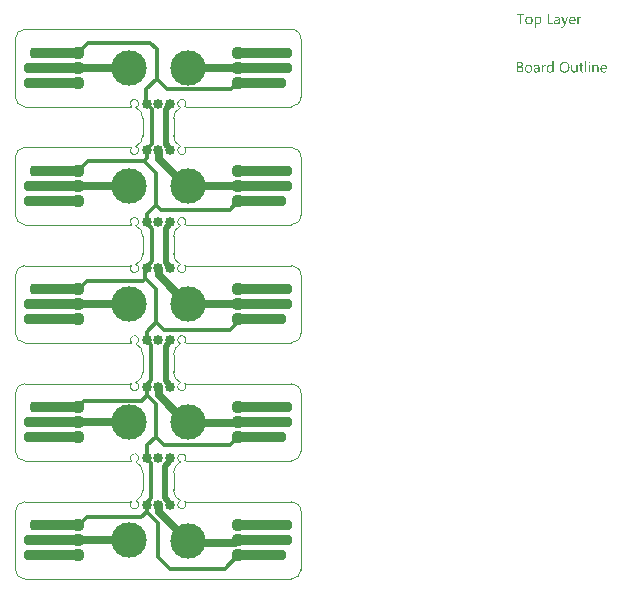
<source format=gtl>
G04*
G04 #@! TF.GenerationSoftware,Altium Limited,Altium Designer,21.3.2 (30)*
G04*
G04 Layer_Physical_Order=1*
G04 Layer_Color=255*
%FSAX25Y25*%
%MOIN*%
G70*
G04*
G04 #@! TF.SameCoordinates,95C765EB-83B6-4E62-A68E-D1C90A93CB07*
G04*
G04*
G04 #@! TF.FilePolarity,Positive*
G04*
G01*
G75*
%ADD10C,0.00394*%
G04:AMPARAMS|DCode=11|XSize=35.43mil|YSize=169.29mil|CornerRadius=13.82mil|HoleSize=0mil|Usage=FLASHONLY|Rotation=270.000|XOffset=0mil|YOffset=0mil|HoleType=Round|Shape=RoundedRectangle|*
%AMROUNDEDRECTD11*
21,1,0.03543,0.14165,0,0,270.0*
21,1,0.00780,0.16929,0,0,270.0*
1,1,0.02764,-0.07083,-0.00390*
1,1,0.02764,-0.07083,0.00390*
1,1,0.02764,0.07083,0.00390*
1,1,0.02764,0.07083,-0.00390*
%
%ADD11ROUNDEDRECTD11*%
G04:AMPARAMS|DCode=12|XSize=35.43mil|YSize=188.98mil|CornerRadius=13.82mil|HoleSize=0mil|Usage=FLASHONLY|Rotation=270.000|XOffset=0mil|YOffset=0mil|HoleType=Round|Shape=RoundedRectangle|*
%AMROUNDEDRECTD12*
21,1,0.03543,0.16134,0,0,270.0*
21,1,0.00780,0.18898,0,0,270.0*
1,1,0.02764,-0.08067,-0.00390*
1,1,0.02764,-0.08067,0.00390*
1,1,0.02764,0.08067,0.00390*
1,1,0.02764,0.08067,-0.00390*
%
%ADD12ROUNDEDRECTD12*%
%ADD14C,0.04370*%
%ADD17C,0.02756*%
%ADD18C,0.01181*%
%ADD19C,0.01968*%
%ADD20C,0.00787*%
%ADD21C,0.01339*%
%ADD22C,0.11811*%
%ADD23C,0.03347*%
%ADD24C,0.02362*%
G36*
X0126789Y0095871D02*
X0126823Y0095868D01*
X0126864Y0095865D01*
X0126910Y0095856D01*
X0126962Y0095846D01*
X0127021Y0095831D01*
X0127080Y0095812D01*
X0127142Y0095791D01*
X0127204Y0095763D01*
X0127268Y0095732D01*
X0127330Y0095692D01*
X0127389Y0095645D01*
X0127448Y0095593D01*
X0127500Y0095534D01*
X0127503Y0095531D01*
X0127513Y0095519D01*
X0127525Y0095500D01*
X0127543Y0095473D01*
X0127562Y0095438D01*
X0127587Y0095398D01*
X0127611Y0095349D01*
X0127636Y0095296D01*
X0127661Y0095235D01*
X0127685Y0095166D01*
X0127710Y0095092D01*
X0127729Y0095012D01*
X0127747Y0094925D01*
X0127760Y0094833D01*
X0127769Y0094734D01*
X0127772Y0094632D01*
Y0094629D01*
Y0094626D01*
Y0094617D01*
Y0094604D01*
X0127769Y0094570D01*
X0127766Y0094527D01*
X0127763Y0094474D01*
X0127757Y0094413D01*
X0127747Y0094345D01*
X0127735Y0094270D01*
X0127716Y0094193D01*
X0127698Y0094110D01*
X0127673Y0094026D01*
X0127642Y0093943D01*
X0127608Y0093859D01*
X0127568Y0093776D01*
X0127519Y0093699D01*
X0127466Y0093625D01*
X0127463Y0093622D01*
X0127451Y0093609D01*
X0127435Y0093591D01*
X0127410Y0093566D01*
X0127380Y0093538D01*
X0127342Y0093504D01*
X0127296Y0093470D01*
X0127247Y0093436D01*
X0127191Y0093402D01*
X0127126Y0093368D01*
X0127058Y0093334D01*
X0126984Y0093306D01*
X0126904Y0093282D01*
X0126817Y0093263D01*
X0126725Y0093251D01*
X0126629Y0093248D01*
X0126607D01*
X0126582Y0093251D01*
X0126548Y0093254D01*
X0126508Y0093260D01*
X0126462Y0093269D01*
X0126409Y0093282D01*
X0126351Y0093300D01*
X0126292Y0093322D01*
X0126230Y0093350D01*
X0126168Y0093384D01*
X0126103Y0093424D01*
X0126042Y0093473D01*
X0125983Y0093529D01*
X0125927Y0093594D01*
X0125875Y0093668D01*
X0125865D01*
Y0092154D01*
X0125464D01*
Y0095815D01*
X0125865D01*
Y0095374D01*
X0125875D01*
X0125878Y0095380D01*
X0125890Y0095395D01*
X0125906Y0095420D01*
X0125930Y0095451D01*
X0125961Y0095491D01*
X0125998Y0095531D01*
X0126045Y0095578D01*
X0126094Y0095624D01*
X0126153Y0095670D01*
X0126218Y0095717D01*
X0126289Y0095757D01*
X0126366Y0095797D01*
X0126450Y0095828D01*
X0126542Y0095853D01*
X0126638Y0095868D01*
X0126743Y0095874D01*
X0126765D01*
X0126789Y0095871D01*
D02*
G37*
G36*
X0140880Y0095856D02*
X0140914D01*
X0140951Y0095849D01*
X0140991Y0095843D01*
X0141031Y0095837D01*
X0141065Y0095825D01*
Y0095408D01*
X0141059Y0095411D01*
X0141047Y0095420D01*
X0141022Y0095432D01*
X0140988Y0095448D01*
X0140942Y0095463D01*
X0140892Y0095476D01*
X0140830Y0095485D01*
X0140759Y0095488D01*
X0140735D01*
X0140716Y0095485D01*
X0140694Y0095482D01*
X0140670Y0095476D01*
X0140611Y0095457D01*
X0140577Y0095445D01*
X0140543Y0095429D01*
X0140506Y0095408D01*
X0140469Y0095386D01*
X0140435Y0095358D01*
X0140398Y0095324D01*
X0140364Y0095287D01*
X0140330Y0095244D01*
X0140327Y0095241D01*
X0140324Y0095231D01*
X0140314Y0095219D01*
X0140302Y0095201D01*
X0140290Y0095176D01*
X0140274Y0095145D01*
X0140259Y0095111D01*
X0140243Y0095071D01*
X0140228Y0095028D01*
X0140212Y0094978D01*
X0140197Y0094922D01*
X0140184Y0094864D01*
X0140172Y0094799D01*
X0140163Y0094731D01*
X0140160Y0094660D01*
X0140157Y0094582D01*
Y0093306D01*
X0139755D01*
Y0095815D01*
X0140157D01*
Y0095296D01*
X0140166D01*
Y0095299D01*
X0140169Y0095309D01*
X0140175Y0095321D01*
X0140182Y0095340D01*
X0140191Y0095361D01*
X0140203Y0095389D01*
X0140231Y0095448D01*
X0140268Y0095516D01*
X0140314Y0095584D01*
X0140367Y0095649D01*
X0140429Y0095710D01*
X0140432Y0095714D01*
X0140438Y0095717D01*
X0140447Y0095723D01*
X0140460Y0095735D01*
X0140475Y0095744D01*
X0140497Y0095757D01*
X0140543Y0095785D01*
X0140602Y0095812D01*
X0140670Y0095837D01*
X0140744Y0095853D01*
X0140784Y0095856D01*
X0140824Y0095859D01*
X0140849D01*
X0140880Y0095856D01*
D02*
G37*
G36*
X0135547Y0092905D02*
Y0092902D01*
X0135543Y0092895D01*
X0135537Y0092886D01*
X0135531Y0092871D01*
X0135525Y0092852D01*
X0135516Y0092834D01*
X0135491Y0092784D01*
X0135457Y0092725D01*
X0135420Y0092658D01*
X0135373Y0092589D01*
X0135321Y0092515D01*
X0135262Y0092444D01*
X0135197Y0092373D01*
X0135126Y0092305D01*
X0135049Y0092247D01*
X0134966Y0092197D01*
X0134922Y0092178D01*
X0134876Y0092160D01*
X0134830Y0092145D01*
X0134780Y0092135D01*
X0134731Y0092129D01*
X0134678Y0092126D01*
X0134653D01*
X0134623Y0092129D01*
X0134585D01*
X0134545Y0092135D01*
X0134502Y0092141D01*
X0134456Y0092148D01*
X0134415Y0092160D01*
Y0092518D01*
X0134422Y0092515D01*
X0134437Y0092512D01*
X0134462Y0092506D01*
X0134493Y0092497D01*
X0134530Y0092488D01*
X0134570Y0092481D01*
X0134613Y0092478D01*
X0134653Y0092475D01*
X0134666D01*
X0134681Y0092478D01*
X0134703Y0092481D01*
X0134728Y0092488D01*
X0134758Y0092494D01*
X0134789Y0092506D01*
X0134827Y0092522D01*
X0134861Y0092540D01*
X0134901Y0092565D01*
X0134938Y0092593D01*
X0134975Y0092627D01*
X0135012Y0092670D01*
X0135049Y0092716D01*
X0135080Y0092772D01*
X0135111Y0092837D01*
X0135312Y0093309D01*
X0134332Y0095815D01*
X0134777D01*
X0135457Y0093884D01*
Y0093881D01*
X0135460Y0093875D01*
X0135463Y0093866D01*
X0135469Y0093847D01*
X0135475Y0093822D01*
X0135482Y0093788D01*
X0135494Y0093745D01*
X0135506Y0093693D01*
X0135522D01*
Y0093696D01*
X0135525Y0093705D01*
X0135528Y0093717D01*
X0135534Y0093739D01*
X0135540Y0093764D01*
X0135547Y0093795D01*
X0135559Y0093835D01*
X0135571Y0093878D01*
X0136285Y0095815D01*
X0136699D01*
X0135547Y0092905D01*
D02*
G37*
G36*
X0133099Y0095871D02*
X0133121D01*
X0133142Y0095868D01*
X0133170Y0095865D01*
X0133201Y0095859D01*
X0133266Y0095846D01*
X0133343Y0095825D01*
X0133421Y0095797D01*
X0133504Y0095757D01*
X0133587Y0095707D01*
X0133628Y0095679D01*
X0133668Y0095645D01*
X0133705Y0095608D01*
X0133742Y0095571D01*
X0133776Y0095528D01*
X0133807Y0095479D01*
X0133838Y0095429D01*
X0133865Y0095374D01*
X0133887Y0095312D01*
X0133909Y0095247D01*
X0133924Y0095179D01*
X0133937Y0095102D01*
X0133943Y0095024D01*
X0133946Y0094938D01*
Y0093306D01*
X0133544D01*
Y0093696D01*
X0133535D01*
X0133532Y0093690D01*
X0133522Y0093677D01*
X0133507Y0093656D01*
X0133485Y0093625D01*
X0133458Y0093591D01*
X0133424Y0093554D01*
X0133387Y0093513D01*
X0133340Y0093473D01*
X0133288Y0093430D01*
X0133232Y0093390D01*
X0133167Y0093353D01*
X0133099Y0093319D01*
X0133022Y0093288D01*
X0132942Y0093266D01*
X0132855Y0093254D01*
X0132762Y0093248D01*
X0132725D01*
X0132701Y0093251D01*
X0132670Y0093254D01*
X0132633Y0093257D01*
X0132592Y0093263D01*
X0132549Y0093272D01*
X0132453Y0093297D01*
X0132407Y0093313D01*
X0132358Y0093331D01*
X0132308Y0093353D01*
X0132262Y0093380D01*
X0132219Y0093411D01*
X0132175Y0093445D01*
X0132172Y0093449D01*
X0132166Y0093455D01*
X0132157Y0093467D01*
X0132141Y0093483D01*
X0132126Y0093501D01*
X0132110Y0093526D01*
X0132089Y0093554D01*
X0132070Y0093585D01*
X0132052Y0093622D01*
X0132033Y0093662D01*
X0132015Y0093705D01*
X0131999Y0093751D01*
X0131984Y0093801D01*
X0131974Y0093853D01*
X0131968Y0093912D01*
X0131965Y0093971D01*
Y0093974D01*
Y0093980D01*
Y0093989D01*
X0131968Y0094002D01*
Y0094017D01*
X0131971Y0094036D01*
X0131977Y0094082D01*
X0131990Y0094138D01*
X0132008Y0094199D01*
X0132033Y0094267D01*
X0132070Y0094338D01*
X0132114Y0094410D01*
X0132166Y0094481D01*
X0132200Y0094515D01*
X0132234Y0094549D01*
X0132274Y0094582D01*
X0132314Y0094613D01*
X0132361Y0094644D01*
X0132410Y0094672D01*
X0132463Y0094697D01*
X0132521Y0094722D01*
X0132583Y0094743D01*
X0132648Y0094762D01*
X0132719Y0094777D01*
X0132793Y0094790D01*
X0133544Y0094895D01*
Y0094898D01*
Y0094901D01*
Y0094910D01*
Y0094922D01*
X0133541Y0094953D01*
X0133535Y0094994D01*
X0133529Y0095043D01*
X0133516Y0095099D01*
X0133501Y0095154D01*
X0133479Y0095216D01*
X0133451Y0095275D01*
X0133417Y0095333D01*
X0133377Y0095386D01*
X0133328Y0095435D01*
X0133266Y0095476D01*
X0133198Y0095506D01*
X0133161Y0095519D01*
X0133118Y0095528D01*
X0133074Y0095531D01*
X0133028Y0095534D01*
X0133007D01*
X0132985Y0095531D01*
X0132951Y0095528D01*
X0132911Y0095525D01*
X0132864Y0095519D01*
X0132812Y0095509D01*
X0132756Y0095497D01*
X0132694Y0095479D01*
X0132630Y0095460D01*
X0132562Y0095435D01*
X0132491Y0095404D01*
X0132419Y0095367D01*
X0132348Y0095327D01*
X0132277Y0095281D01*
X0132209Y0095225D01*
Y0095636D01*
X0132212Y0095639D01*
X0132225Y0095645D01*
X0132246Y0095658D01*
X0132274Y0095673D01*
X0132311Y0095692D01*
X0132351Y0095710D01*
X0132401Y0095732D01*
X0132457Y0095757D01*
X0132515Y0095778D01*
X0132580Y0095800D01*
X0132651Y0095819D01*
X0132725Y0095837D01*
X0132806Y0095853D01*
X0132886Y0095865D01*
X0132973Y0095871D01*
X0133062Y0095874D01*
X0133084D01*
X0133099Y0095871D01*
D02*
G37*
G36*
X0130256Y0093677D02*
X0131668D01*
Y0093306D01*
X0129845D01*
Y0096820D01*
X0130256D01*
Y0093677D01*
D02*
G37*
G36*
X0122025Y0096446D02*
X0121011D01*
Y0093306D01*
X0120600D01*
Y0096446D01*
X0119587D01*
Y0096820D01*
X0122025D01*
Y0096446D01*
D02*
G37*
G36*
X0138164Y0095871D02*
X0138198Y0095868D01*
X0138241Y0095865D01*
X0138287Y0095859D01*
X0138340Y0095846D01*
X0138395Y0095834D01*
X0138457Y0095819D01*
X0138519Y0095797D01*
X0138581Y0095769D01*
X0138646Y0095738D01*
X0138707Y0095701D01*
X0138766Y0095658D01*
X0138825Y0095608D01*
X0138877Y0095553D01*
X0138881Y0095550D01*
X0138890Y0095537D01*
X0138902Y0095519D01*
X0138921Y0095494D01*
X0138939Y0095463D01*
X0138964Y0095423D01*
X0138989Y0095377D01*
X0139013Y0095324D01*
X0139038Y0095262D01*
X0139063Y0095197D01*
X0139088Y0095123D01*
X0139106Y0095046D01*
X0139125Y0094959D01*
X0139137Y0094870D01*
X0139146Y0094771D01*
X0139149Y0094669D01*
Y0094459D01*
X0137376D01*
Y0094453D01*
Y0094440D01*
X0137379Y0094419D01*
X0137382Y0094391D01*
X0137385Y0094354D01*
X0137391Y0094314D01*
X0137397Y0094270D01*
X0137410Y0094221D01*
X0137437Y0094116D01*
X0137456Y0094063D01*
X0137478Y0094008D01*
X0137502Y0093955D01*
X0137530Y0093903D01*
X0137564Y0093856D01*
X0137601Y0093810D01*
X0137604Y0093807D01*
X0137611Y0093801D01*
X0137623Y0093788D01*
X0137642Y0093776D01*
X0137663Y0093757D01*
X0137691Y0093739D01*
X0137722Y0093717D01*
X0137756Y0093699D01*
X0137796Y0093677D01*
X0137842Y0093656D01*
X0137889Y0093637D01*
X0137944Y0093619D01*
X0138000Y0093606D01*
X0138062Y0093594D01*
X0138127Y0093588D01*
X0138195Y0093585D01*
X0138213D01*
X0138235Y0093588D01*
X0138266D01*
X0138303Y0093594D01*
X0138346Y0093600D01*
X0138395Y0093609D01*
X0138451Y0093619D01*
X0138510Y0093634D01*
X0138572Y0093652D01*
X0138637Y0093674D01*
X0138701Y0093702D01*
X0138769Y0093733D01*
X0138837Y0093770D01*
X0138905Y0093813D01*
X0138973Y0093863D01*
Y0093486D01*
X0138970Y0093483D01*
X0138958Y0093476D01*
X0138939Y0093464D01*
X0138915Y0093449D01*
X0138881Y0093430D01*
X0138840Y0093411D01*
X0138794Y0093390D01*
X0138742Y0093368D01*
X0138680Y0093343D01*
X0138615Y0093322D01*
X0138544Y0093303D01*
X0138467Y0093285D01*
X0138383Y0093269D01*
X0138294Y0093257D01*
X0138198Y0093251D01*
X0138099Y0093248D01*
X0138074D01*
X0138049Y0093251D01*
X0138012Y0093254D01*
X0137966Y0093257D01*
X0137913Y0093266D01*
X0137858Y0093275D01*
X0137796Y0093291D01*
X0137731Y0093309D01*
X0137663Y0093331D01*
X0137592Y0093359D01*
X0137524Y0093390D01*
X0137453Y0093430D01*
X0137388Y0093476D01*
X0137323Y0093529D01*
X0137265Y0093588D01*
X0137261Y0093591D01*
X0137252Y0093603D01*
X0137237Y0093625D01*
X0137218Y0093652D01*
X0137193Y0093686D01*
X0137169Y0093730D01*
X0137141Y0093779D01*
X0137113Y0093838D01*
X0137085Y0093900D01*
X0137057Y0093974D01*
X0137033Y0094051D01*
X0137008Y0094138D01*
X0136989Y0094230D01*
X0136974Y0094329D01*
X0136965Y0094437D01*
X0136962Y0094549D01*
Y0094552D01*
Y0094555D01*
Y0094564D01*
Y0094573D01*
X0136965Y0094604D01*
X0136968Y0094647D01*
X0136971Y0094697D01*
X0136980Y0094753D01*
X0136989Y0094817D01*
X0137002Y0094889D01*
X0137020Y0094963D01*
X0137042Y0095040D01*
X0137070Y0095120D01*
X0137101Y0095201D01*
X0137138Y0095278D01*
X0137184Y0095358D01*
X0137234Y0095432D01*
X0137292Y0095503D01*
X0137295Y0095506D01*
X0137308Y0095519D01*
X0137326Y0095537D01*
X0137351Y0095562D01*
X0137385Y0095590D01*
X0137425Y0095621D01*
X0137468Y0095655D01*
X0137521Y0095689D01*
X0137577Y0095723D01*
X0137642Y0095757D01*
X0137709Y0095788D01*
X0137780Y0095815D01*
X0137858Y0095840D01*
X0137941Y0095859D01*
X0138028Y0095871D01*
X0138117Y0095874D01*
X0138139D01*
X0138164Y0095871D01*
D02*
G37*
G36*
X0123684D02*
X0123724Y0095868D01*
X0123770Y0095865D01*
X0123826Y0095856D01*
X0123885Y0095846D01*
X0123950Y0095831D01*
X0124021Y0095812D01*
X0124092Y0095791D01*
X0124163Y0095763D01*
X0124237Y0095729D01*
X0124308Y0095689D01*
X0124379Y0095642D01*
X0124444Y0095590D01*
X0124506Y0095528D01*
X0124509Y0095525D01*
X0124518Y0095513D01*
X0124534Y0095491D01*
X0124555Y0095463D01*
X0124580Y0095429D01*
X0124605Y0095386D01*
X0124636Y0095337D01*
X0124663Y0095278D01*
X0124694Y0095213D01*
X0124722Y0095142D01*
X0124747Y0095065D01*
X0124772Y0094978D01*
X0124793Y0094885D01*
X0124809Y0094787D01*
X0124818Y0094681D01*
X0124821Y0094570D01*
Y0094567D01*
Y0094564D01*
Y0094555D01*
Y0094542D01*
X0124818Y0094511D01*
X0124815Y0094471D01*
X0124812Y0094419D01*
X0124802Y0094360D01*
X0124793Y0094295D01*
X0124778Y0094224D01*
X0124759Y0094150D01*
X0124738Y0094070D01*
X0124710Y0093989D01*
X0124679Y0093909D01*
X0124639Y0093829D01*
X0124592Y0093751D01*
X0124540Y0093677D01*
X0124481Y0093606D01*
X0124478Y0093603D01*
X0124466Y0093591D01*
X0124447Y0093572D01*
X0124419Y0093550D01*
X0124385Y0093523D01*
X0124345Y0093492D01*
X0124296Y0093461D01*
X0124240Y0093427D01*
X0124178Y0093393D01*
X0124110Y0093362D01*
X0124036Y0093331D01*
X0123956Y0093303D01*
X0123866Y0093282D01*
X0123774Y0093263D01*
X0123678Y0093251D01*
X0123573Y0093248D01*
X0123548D01*
X0123520Y0093251D01*
X0123480Y0093254D01*
X0123434Y0093257D01*
X0123378Y0093266D01*
X0123319Y0093275D01*
X0123254Y0093291D01*
X0123183Y0093309D01*
X0123112Y0093334D01*
X0123038Y0093362D01*
X0122964Y0093396D01*
X0122890Y0093436D01*
X0122816Y0093483D01*
X0122748Y0093535D01*
X0122683Y0093597D01*
X0122680Y0093600D01*
X0122667Y0093612D01*
X0122652Y0093634D01*
X0122630Y0093662D01*
X0122606Y0093696D01*
X0122578Y0093739D01*
X0122550Y0093788D01*
X0122519Y0093847D01*
X0122488Y0093909D01*
X0122457Y0093980D01*
X0122429Y0094057D01*
X0122405Y0094141D01*
X0122383Y0094227D01*
X0122368Y0094323D01*
X0122355Y0094425D01*
X0122352Y0094530D01*
Y0094533D01*
Y0094536D01*
Y0094546D01*
Y0094558D01*
X0122355Y0094592D01*
X0122358Y0094635D01*
X0122361Y0094688D01*
X0122371Y0094749D01*
X0122380Y0094817D01*
X0122395Y0094892D01*
X0122414Y0094969D01*
X0122436Y0095049D01*
X0122463Y0095133D01*
X0122497Y0095216D01*
X0122538Y0095296D01*
X0122581Y0095374D01*
X0122633Y0095448D01*
X0122695Y0095519D01*
X0122698Y0095522D01*
X0122711Y0095534D01*
X0122732Y0095553D01*
X0122760Y0095574D01*
X0122794Y0095602D01*
X0122837Y0095630D01*
X0122887Y0095664D01*
X0122942Y0095698D01*
X0123004Y0095729D01*
X0123075Y0095763D01*
X0123152Y0095791D01*
X0123236Y0095819D01*
X0123326Y0095840D01*
X0123421Y0095859D01*
X0123523Y0095871D01*
X0123631Y0095874D01*
X0123656D01*
X0123684Y0095871D01*
D02*
G37*
G36*
X0143757Y0080889D02*
X0143784Y0080883D01*
X0143812Y0080873D01*
X0143843Y0080858D01*
X0143874Y0080839D01*
X0143905Y0080815D01*
X0143908Y0080812D01*
X0143917Y0080802D01*
X0143930Y0080787D01*
X0143945Y0080765D01*
X0143957Y0080737D01*
X0143970Y0080707D01*
X0143979Y0080669D01*
X0143982Y0080629D01*
Y0080623D01*
Y0080611D01*
X0143979Y0080592D01*
X0143973Y0080564D01*
X0143964Y0080537D01*
X0143948Y0080506D01*
X0143930Y0080475D01*
X0143905Y0080444D01*
X0143902Y0080441D01*
X0143893Y0080431D01*
X0143874Y0080419D01*
X0143852Y0080407D01*
X0143825Y0080394D01*
X0143794Y0080382D01*
X0143760Y0080373D01*
X0143719Y0080370D01*
X0143701D01*
X0143682Y0080373D01*
X0143655Y0080379D01*
X0143627Y0080388D01*
X0143596Y0080401D01*
X0143565Y0080416D01*
X0143534Y0080441D01*
X0143531Y0080444D01*
X0143522Y0080453D01*
X0143509Y0080472D01*
X0143497Y0080493D01*
X0143485Y0080518D01*
X0143472Y0080552D01*
X0143463Y0080589D01*
X0143460Y0080629D01*
Y0080635D01*
Y0080648D01*
X0143463Y0080669D01*
X0143469Y0080694D01*
X0143479Y0080725D01*
X0143491Y0080756D01*
X0143509Y0080787D01*
X0143534Y0080815D01*
X0143537Y0080818D01*
X0143546Y0080827D01*
X0143565Y0080839D01*
X0143587Y0080855D01*
X0143614Y0080867D01*
X0143645Y0080879D01*
X0143679Y0080889D01*
X0143719Y0080892D01*
X0143738D01*
X0143757Y0080889D01*
D02*
G37*
G36*
X0131789Y0077224D02*
X0131387D01*
Y0077647D01*
X0131378D01*
X0131375Y0077641D01*
X0131366Y0077626D01*
X0131347Y0077604D01*
X0131325Y0077573D01*
X0131295Y0077536D01*
X0131261Y0077496D01*
X0131217Y0077453D01*
X0131165Y0077406D01*
X0131109Y0077360D01*
X0131044Y0077317D01*
X0130973Y0077277D01*
X0130896Y0077240D01*
X0130813Y0077209D01*
X0130720Y0077187D01*
X0130621Y0077171D01*
X0130516Y0077165D01*
X0130494D01*
X0130470Y0077168D01*
X0130439Y0077171D01*
X0130398Y0077175D01*
X0130352Y0077184D01*
X0130300Y0077193D01*
X0130244Y0077209D01*
X0130185Y0077224D01*
X0130123Y0077249D01*
X0130062Y0077273D01*
X0129997Y0077307D01*
X0129935Y0077345D01*
X0129873Y0077391D01*
X0129815Y0077443D01*
X0129759Y0077502D01*
X0129756Y0077505D01*
X0129746Y0077518D01*
X0129734Y0077536D01*
X0129716Y0077564D01*
X0129694Y0077598D01*
X0129669Y0077638D01*
X0129645Y0077688D01*
X0129620Y0077743D01*
X0129592Y0077805D01*
X0129567Y0077873D01*
X0129543Y0077950D01*
X0129521Y0078031D01*
X0129502Y0078117D01*
X0129490Y0078213D01*
X0129481Y0078312D01*
X0129478Y0078417D01*
Y0078420D01*
Y0078423D01*
Y0078432D01*
Y0078445D01*
X0129481Y0078475D01*
X0129484Y0078519D01*
X0129487Y0078574D01*
X0129493Y0078633D01*
X0129502Y0078701D01*
X0129518Y0078775D01*
X0129533Y0078852D01*
X0129555Y0078936D01*
X0129580Y0079016D01*
X0129611Y0079103D01*
X0129645Y0079183D01*
X0129688Y0079264D01*
X0129734Y0079341D01*
X0129790Y0079415D01*
X0129793Y0079418D01*
X0129805Y0079430D01*
X0129824Y0079449D01*
X0129849Y0079474D01*
X0129879Y0079501D01*
X0129917Y0079535D01*
X0129963Y0079569D01*
X0130012Y0079603D01*
X0130071Y0079637D01*
X0130133Y0079671D01*
X0130201Y0079705D01*
X0130275Y0079733D01*
X0130355Y0079758D01*
X0130442Y0079776D01*
X0130531Y0079789D01*
X0130627Y0079792D01*
X0130649D01*
X0130677Y0079789D01*
X0130711Y0079786D01*
X0130754Y0079779D01*
X0130803Y0079770D01*
X0130856Y0079758D01*
X0130915Y0079742D01*
X0130976Y0079721D01*
X0131038Y0079693D01*
X0131100Y0079659D01*
X0131162Y0079619D01*
X0131220Y0079572D01*
X0131279Y0079520D01*
X0131332Y0079455D01*
X0131378Y0079384D01*
X0131387D01*
Y0080938D01*
X0131789D01*
Y0077224D01*
D02*
G37*
G36*
X0146003Y0079789D02*
X0146031D01*
X0146065Y0079783D01*
X0146105Y0079776D01*
X0146148Y0079770D01*
X0146195Y0079758D01*
X0146244Y0079746D01*
X0146297Y0079727D01*
X0146349Y0079705D01*
X0146402Y0079677D01*
X0146451Y0079647D01*
X0146501Y0079613D01*
X0146547Y0079569D01*
X0146590Y0079523D01*
X0146593Y0079520D01*
X0146599Y0079511D01*
X0146612Y0079495D01*
X0146624Y0079474D01*
X0146640Y0079446D01*
X0146658Y0079412D01*
X0146680Y0079372D01*
X0146701Y0079328D01*
X0146720Y0079276D01*
X0146741Y0079220D01*
X0146760Y0079155D01*
X0146775Y0079087D01*
X0146788Y0079013D01*
X0146800Y0078933D01*
X0146806Y0078849D01*
X0146809Y0078757D01*
Y0077224D01*
X0146408D01*
Y0078655D01*
Y0078658D01*
Y0078664D01*
Y0078673D01*
Y0078689D01*
X0146405Y0078707D01*
Y0078729D01*
X0146398Y0078778D01*
X0146389Y0078840D01*
X0146377Y0078908D01*
X0146358Y0078979D01*
X0146334Y0079053D01*
X0146303Y0079128D01*
X0146266Y0079199D01*
X0146219Y0079267D01*
X0146161Y0079328D01*
X0146096Y0079378D01*
X0146059Y0079399D01*
X0146015Y0079418D01*
X0145972Y0079433D01*
X0145926Y0079443D01*
X0145876Y0079449D01*
X0145824Y0079452D01*
X0145796D01*
X0145774Y0079449D01*
X0145750Y0079446D01*
X0145719Y0079440D01*
X0145685Y0079433D01*
X0145651Y0079424D01*
X0145611Y0079412D01*
X0145570Y0079396D01*
X0145530Y0079378D01*
X0145487Y0079356D01*
X0145447Y0079328D01*
X0145404Y0079298D01*
X0145363Y0079264D01*
X0145326Y0079223D01*
X0145323Y0079220D01*
X0145317Y0079214D01*
X0145308Y0079202D01*
X0145295Y0079183D01*
X0145280Y0079162D01*
X0145264Y0079134D01*
X0145246Y0079103D01*
X0145227Y0079069D01*
X0145209Y0079029D01*
X0145190Y0078985D01*
X0145175Y0078939D01*
X0145159Y0078890D01*
X0145147Y0078834D01*
X0145138Y0078778D01*
X0145132Y0078716D01*
X0145129Y0078655D01*
Y0077224D01*
X0144727D01*
Y0079733D01*
X0145129D01*
Y0079316D01*
X0145138D01*
X0145141Y0079322D01*
X0145150Y0079338D01*
X0145169Y0079359D01*
X0145190Y0079390D01*
X0145221Y0079427D01*
X0145255Y0079467D01*
X0145299Y0079511D01*
X0145348Y0079554D01*
X0145404Y0079597D01*
X0145465Y0079640D01*
X0145533Y0079681D01*
X0145604Y0079718D01*
X0145685Y0079749D01*
X0145771Y0079770D01*
X0145864Y0079786D01*
X0145963Y0079792D01*
X0145981D01*
X0146003Y0079789D01*
D02*
G37*
G36*
X0129027Y0079773D02*
X0129060D01*
X0129098Y0079767D01*
X0129138Y0079761D01*
X0129178Y0079755D01*
X0129212Y0079742D01*
Y0079325D01*
X0129206Y0079328D01*
X0129193Y0079338D01*
X0129169Y0079350D01*
X0129135Y0079365D01*
X0129088Y0079381D01*
X0129039Y0079393D01*
X0128977Y0079403D01*
X0128906Y0079406D01*
X0128881D01*
X0128863Y0079403D01*
X0128841Y0079399D01*
X0128816Y0079393D01*
X0128758Y0079375D01*
X0128724Y0079362D01*
X0128690Y0079347D01*
X0128653Y0079325D01*
X0128616Y0079304D01*
X0128582Y0079276D01*
X0128544Y0079242D01*
X0128510Y0079205D01*
X0128477Y0079162D01*
X0128473Y0079158D01*
X0128470Y0079149D01*
X0128461Y0079137D01*
X0128449Y0079118D01*
X0128436Y0079093D01*
X0128421Y0079063D01*
X0128405Y0079029D01*
X0128390Y0078988D01*
X0128375Y0078945D01*
X0128359Y0078896D01*
X0128344Y0078840D01*
X0128331Y0078781D01*
X0128319Y0078716D01*
X0128310Y0078649D01*
X0128307Y0078578D01*
X0128304Y0078500D01*
Y0077224D01*
X0127902D01*
Y0079733D01*
X0128304D01*
Y0079214D01*
X0128313D01*
Y0079217D01*
X0128316Y0079226D01*
X0128322Y0079239D01*
X0128328Y0079257D01*
X0128338Y0079279D01*
X0128350Y0079307D01*
X0128378Y0079365D01*
X0128415Y0079433D01*
X0128461Y0079501D01*
X0128514Y0079566D01*
X0128575Y0079628D01*
X0128578Y0079631D01*
X0128585Y0079634D01*
X0128594Y0079640D01*
X0128606Y0079653D01*
X0128622Y0079662D01*
X0128643Y0079674D01*
X0128690Y0079702D01*
X0128749Y0079730D01*
X0128816Y0079755D01*
X0128891Y0079770D01*
X0128931Y0079773D01*
X0128971Y0079776D01*
X0128996D01*
X0129027Y0079773D01*
D02*
G37*
G36*
X0139789Y0077224D02*
X0139387D01*
Y0077620D01*
X0139378D01*
X0139375Y0077613D01*
X0139366Y0077601D01*
X0139350Y0077576D01*
X0139332Y0077548D01*
X0139304Y0077514D01*
X0139270Y0077477D01*
X0139233Y0077434D01*
X0139187Y0077394D01*
X0139137Y0077351D01*
X0139078Y0077311D01*
X0139016Y0077270D01*
X0138945Y0077236D01*
X0138868Y0077209D01*
X0138788Y0077184D01*
X0138698Y0077171D01*
X0138602Y0077165D01*
X0138581D01*
X0138565Y0077168D01*
X0138544D01*
X0138519Y0077171D01*
X0138491Y0077178D01*
X0138463Y0077181D01*
X0138395Y0077199D01*
X0138318Y0077221D01*
X0138238Y0077255D01*
X0138198Y0077277D01*
X0138154Y0077298D01*
X0138111Y0077326D01*
X0138071Y0077354D01*
X0138031Y0077388D01*
X0137991Y0077425D01*
X0137951Y0077468D01*
X0137913Y0077511D01*
X0137879Y0077561D01*
X0137845Y0077617D01*
X0137818Y0077675D01*
X0137790Y0077737D01*
X0137765Y0077805D01*
X0137743Y0077879D01*
X0137728Y0077960D01*
X0137716Y0078043D01*
X0137709Y0078136D01*
X0137706Y0078231D01*
Y0079733D01*
X0138105D01*
Y0078296D01*
Y0078293D01*
Y0078287D01*
Y0078278D01*
Y0078262D01*
X0138108Y0078244D01*
Y0078222D01*
X0138114Y0078173D01*
X0138124Y0078111D01*
X0138136Y0078046D01*
X0138157Y0077972D01*
X0138182Y0077901D01*
X0138213Y0077827D01*
X0138253Y0077753D01*
X0138303Y0077688D01*
X0138361Y0077626D01*
X0138433Y0077576D01*
X0138470Y0077555D01*
X0138513Y0077536D01*
X0138559Y0077521D01*
X0138606Y0077511D01*
X0138658Y0077505D01*
X0138714Y0077502D01*
X0138742D01*
X0138763Y0077505D01*
X0138788Y0077508D01*
X0138816Y0077514D01*
X0138850Y0077521D01*
X0138884Y0077530D01*
X0138921Y0077539D01*
X0138961Y0077555D01*
X0139001Y0077573D01*
X0139041Y0077595D01*
X0139081Y0077620D01*
X0139122Y0077647D01*
X0139159Y0077681D01*
X0139196Y0077719D01*
X0139199Y0077722D01*
X0139205Y0077728D01*
X0139214Y0077740D01*
X0139227Y0077759D01*
X0139239Y0077780D01*
X0139258Y0077805D01*
X0139273Y0077836D01*
X0139292Y0077870D01*
X0139310Y0077910D01*
X0139325Y0077953D01*
X0139344Y0078000D01*
X0139356Y0078049D01*
X0139369Y0078105D01*
X0139378Y0078160D01*
X0139384Y0078222D01*
X0139387Y0078287D01*
Y0079733D01*
X0139789D01*
Y0077224D01*
D02*
G37*
G36*
X0143914D02*
X0143512D01*
Y0079733D01*
X0143914D01*
Y0077224D01*
D02*
G37*
G36*
X0142700D02*
X0142298D01*
Y0080938D01*
X0142700D01*
Y0077224D01*
D02*
G37*
G36*
X0126298Y0079789D02*
X0126320D01*
X0126341Y0079786D01*
X0126369Y0079783D01*
X0126400Y0079776D01*
X0126465Y0079764D01*
X0126542Y0079742D01*
X0126620Y0079715D01*
X0126703Y0079674D01*
X0126786Y0079625D01*
X0126827Y0079597D01*
X0126867Y0079563D01*
X0126904Y0079526D01*
X0126941Y0079489D01*
X0126975Y0079446D01*
X0127006Y0079396D01*
X0127037Y0079347D01*
X0127064Y0079291D01*
X0127086Y0079229D01*
X0127108Y0079165D01*
X0127123Y0079097D01*
X0127136Y0079019D01*
X0127142Y0078942D01*
X0127145Y0078856D01*
Y0077224D01*
X0126743D01*
Y0077613D01*
X0126734D01*
X0126731Y0077607D01*
X0126721Y0077595D01*
X0126706Y0077573D01*
X0126684Y0077542D01*
X0126656Y0077508D01*
X0126622Y0077471D01*
X0126585Y0077431D01*
X0126539Y0077391D01*
X0126487Y0077348D01*
X0126431Y0077307D01*
X0126366Y0077270D01*
X0126298Y0077236D01*
X0126221Y0077205D01*
X0126140Y0077184D01*
X0126054Y0077171D01*
X0125961Y0077165D01*
X0125924D01*
X0125900Y0077168D01*
X0125869Y0077171D01*
X0125831Y0077175D01*
X0125791Y0077181D01*
X0125748Y0077190D01*
X0125652Y0077215D01*
X0125606Y0077230D01*
X0125557Y0077249D01*
X0125507Y0077270D01*
X0125461Y0077298D01*
X0125417Y0077329D01*
X0125374Y0077363D01*
X0125371Y0077366D01*
X0125365Y0077372D01*
X0125356Y0077385D01*
X0125340Y0077400D01*
X0125325Y0077419D01*
X0125309Y0077443D01*
X0125288Y0077471D01*
X0125269Y0077502D01*
X0125251Y0077539D01*
X0125232Y0077579D01*
X0125214Y0077623D01*
X0125198Y0077669D01*
X0125183Y0077719D01*
X0125173Y0077771D01*
X0125167Y0077830D01*
X0125164Y0077888D01*
Y0077891D01*
Y0077898D01*
Y0077907D01*
X0125167Y0077919D01*
Y0077935D01*
X0125170Y0077953D01*
X0125176Y0078000D01*
X0125189Y0078055D01*
X0125207Y0078117D01*
X0125232Y0078185D01*
X0125269Y0078256D01*
X0125312Y0078327D01*
X0125365Y0078398D01*
X0125399Y0078432D01*
X0125433Y0078466D01*
X0125473Y0078500D01*
X0125513Y0078531D01*
X0125560Y0078562D01*
X0125609Y0078590D01*
X0125662Y0078615D01*
X0125720Y0078639D01*
X0125782Y0078661D01*
X0125847Y0078680D01*
X0125918Y0078695D01*
X0125992Y0078707D01*
X0126743Y0078812D01*
Y0078815D01*
Y0078819D01*
Y0078828D01*
Y0078840D01*
X0126740Y0078871D01*
X0126734Y0078911D01*
X0126728Y0078961D01*
X0126715Y0079016D01*
X0126700Y0079072D01*
X0126678Y0079134D01*
X0126650Y0079192D01*
X0126616Y0079251D01*
X0126576Y0079304D01*
X0126527Y0079353D01*
X0126465Y0079393D01*
X0126397Y0079424D01*
X0126360Y0079436D01*
X0126317Y0079446D01*
X0126273Y0079449D01*
X0126227Y0079452D01*
X0126205D01*
X0126184Y0079449D01*
X0126150Y0079446D01*
X0126110Y0079443D01*
X0126063Y0079436D01*
X0126011Y0079427D01*
X0125955Y0079415D01*
X0125893Y0079396D01*
X0125828Y0079378D01*
X0125760Y0079353D01*
X0125689Y0079322D01*
X0125618Y0079285D01*
X0125547Y0079245D01*
X0125476Y0079199D01*
X0125408Y0079143D01*
Y0079554D01*
X0125411Y0079557D01*
X0125424Y0079563D01*
X0125445Y0079576D01*
X0125473Y0079591D01*
X0125510Y0079610D01*
X0125550Y0079628D01*
X0125600Y0079650D01*
X0125655Y0079674D01*
X0125714Y0079696D01*
X0125779Y0079718D01*
X0125850Y0079736D01*
X0125924Y0079755D01*
X0126005Y0079770D01*
X0126085Y0079783D01*
X0126171Y0079789D01*
X0126261Y0079792D01*
X0126283D01*
X0126298Y0079789D01*
D02*
G37*
G36*
X0120662Y0080734D02*
X0120699Y0080731D01*
X0120742Y0080725D01*
X0120792Y0080719D01*
X0120847Y0080710D01*
X0120903Y0080697D01*
X0120962Y0080682D01*
X0121023Y0080663D01*
X0121082Y0080642D01*
X0121144Y0080617D01*
X0121200Y0080586D01*
X0121255Y0080552D01*
X0121308Y0080512D01*
X0121311Y0080509D01*
X0121320Y0080503D01*
X0121333Y0080490D01*
X0121348Y0080472D01*
X0121370Y0080450D01*
X0121391Y0080422D01*
X0121416Y0080391D01*
X0121441Y0080357D01*
X0121465Y0080317D01*
X0121490Y0080274D01*
X0121512Y0080225D01*
X0121533Y0080175D01*
X0121549Y0080119D01*
X0121561Y0080061D01*
X0121570Y0079999D01*
X0121573Y0079934D01*
Y0079931D01*
Y0079922D01*
Y0079906D01*
X0121570Y0079885D01*
X0121567Y0079857D01*
X0121564Y0079829D01*
X0121561Y0079795D01*
X0121555Y0079758D01*
X0121533Y0079674D01*
X0121505Y0079588D01*
X0121487Y0079542D01*
X0121465Y0079498D01*
X0121441Y0079455D01*
X0121413Y0079412D01*
X0121410Y0079409D01*
X0121407Y0079403D01*
X0121397Y0079390D01*
X0121382Y0079375D01*
X0121367Y0079359D01*
X0121348Y0079338D01*
X0121323Y0079316D01*
X0121299Y0079291D01*
X0121268Y0079267D01*
X0121234Y0079239D01*
X0121196Y0079214D01*
X0121156Y0079186D01*
X0121113Y0079162D01*
X0121070Y0079140D01*
X0120968Y0079100D01*
Y0079090D01*
X0120971D01*
X0120983Y0079087D01*
X0121002Y0079084D01*
X0121027Y0079081D01*
X0121057Y0079075D01*
X0121091Y0079066D01*
X0121132Y0079053D01*
X0121172Y0079041D01*
X0121261Y0079007D01*
X0121311Y0078985D01*
X0121357Y0078958D01*
X0121404Y0078930D01*
X0121450Y0078899D01*
X0121496Y0078862D01*
X0121536Y0078822D01*
X0121539Y0078819D01*
X0121546Y0078812D01*
X0121555Y0078800D01*
X0121570Y0078781D01*
X0121586Y0078757D01*
X0121604Y0078732D01*
X0121623Y0078698D01*
X0121645Y0078664D01*
X0121663Y0078624D01*
X0121682Y0078578D01*
X0121700Y0078531D01*
X0121716Y0078479D01*
X0121731Y0078420D01*
X0121740Y0078361D01*
X0121747Y0078299D01*
X0121750Y0078231D01*
Y0078225D01*
Y0078213D01*
X0121747Y0078188D01*
X0121743Y0078157D01*
X0121740Y0078117D01*
X0121731Y0078074D01*
X0121722Y0078024D01*
X0121709Y0077972D01*
X0121691Y0077913D01*
X0121669Y0077854D01*
X0121645Y0077796D01*
X0121614Y0077734D01*
X0121577Y0077672D01*
X0121533Y0077613D01*
X0121484Y0077558D01*
X0121425Y0077502D01*
X0121422Y0077499D01*
X0121410Y0077490D01*
X0121391Y0077477D01*
X0121367Y0077459D01*
X0121335Y0077437D01*
X0121295Y0077416D01*
X0121252Y0077388D01*
X0121203Y0077363D01*
X0121144Y0077338D01*
X0121082Y0077314D01*
X0121017Y0077289D01*
X0120943Y0077267D01*
X0120866Y0077249D01*
X0120785Y0077236D01*
X0120699Y0077227D01*
X0120609Y0077224D01*
X0119587D01*
Y0080737D01*
X0120628D01*
X0120662Y0080734D01*
D02*
G37*
G36*
X0141130Y0079733D02*
X0141763D01*
Y0079387D01*
X0141130D01*
Y0077975D01*
Y0077972D01*
Y0077963D01*
Y0077950D01*
Y0077935D01*
X0141133Y0077913D01*
X0141136Y0077888D01*
X0141142Y0077836D01*
X0141152Y0077774D01*
X0141167Y0077715D01*
X0141189Y0077660D01*
X0141201Y0077635D01*
X0141217Y0077613D01*
X0141220Y0077610D01*
X0141232Y0077598D01*
X0141254Y0077579D01*
X0141285Y0077561D01*
X0141325Y0077539D01*
X0141374Y0077524D01*
X0141433Y0077511D01*
X0141501Y0077505D01*
X0141526D01*
X0141553Y0077508D01*
X0141590Y0077514D01*
X0141631Y0077527D01*
X0141677Y0077539D01*
X0141720Y0077561D01*
X0141763Y0077589D01*
Y0077246D01*
X0141760D01*
X0141757Y0077243D01*
X0141748Y0077240D01*
X0141739Y0077233D01*
X0141705Y0077221D01*
X0141665Y0077209D01*
X0141609Y0077196D01*
X0141544Y0077184D01*
X0141470Y0077175D01*
X0141387Y0077171D01*
X0141359D01*
X0141325Y0077178D01*
X0141285Y0077184D01*
X0141235Y0077193D01*
X0141180Y0077212D01*
X0141118Y0077233D01*
X0141059Y0077264D01*
X0140997Y0077301D01*
X0140935Y0077351D01*
X0140880Y0077409D01*
X0140855Y0077443D01*
X0140830Y0077481D01*
X0140809Y0077521D01*
X0140790Y0077564D01*
X0140772Y0077610D01*
X0140756Y0077663D01*
X0140744Y0077715D01*
X0140735Y0077774D01*
X0140732Y0077836D01*
X0140728Y0077904D01*
Y0079387D01*
X0140299D01*
Y0079733D01*
X0140728D01*
Y0080345D01*
X0141130Y0080475D01*
Y0079733D01*
D02*
G37*
G36*
X0148599Y0079789D02*
X0148633Y0079786D01*
X0148676Y0079783D01*
X0148722Y0079776D01*
X0148775Y0079764D01*
X0148830Y0079752D01*
X0148892Y0079736D01*
X0148954Y0079715D01*
X0149016Y0079687D01*
X0149081Y0079656D01*
X0149143Y0079619D01*
X0149201Y0079576D01*
X0149260Y0079526D01*
X0149312Y0079470D01*
X0149316Y0079467D01*
X0149325Y0079455D01*
X0149337Y0079436D01*
X0149356Y0079412D01*
X0149374Y0079381D01*
X0149399Y0079341D01*
X0149424Y0079294D01*
X0149448Y0079242D01*
X0149473Y0079180D01*
X0149498Y0079115D01*
X0149522Y0079041D01*
X0149541Y0078964D01*
X0149560Y0078877D01*
X0149572Y0078788D01*
X0149581Y0078689D01*
X0149584Y0078587D01*
Y0078377D01*
X0147811D01*
Y0078370D01*
Y0078358D01*
X0147814Y0078337D01*
X0147817Y0078309D01*
X0147820Y0078272D01*
X0147826Y0078231D01*
X0147832Y0078188D01*
X0147845Y0078139D01*
X0147872Y0078034D01*
X0147891Y0077981D01*
X0147913Y0077925D01*
X0147937Y0077873D01*
X0147965Y0077820D01*
X0147999Y0077774D01*
X0148036Y0077728D01*
X0148039Y0077725D01*
X0148046Y0077719D01*
X0148058Y0077706D01*
X0148076Y0077694D01*
X0148098Y0077675D01*
X0148126Y0077657D01*
X0148157Y0077635D01*
X0148191Y0077617D01*
X0148231Y0077595D01*
X0148277Y0077573D01*
X0148324Y0077555D01*
X0148379Y0077536D01*
X0148435Y0077524D01*
X0148497Y0077511D01*
X0148562Y0077505D01*
X0148629Y0077502D01*
X0148648D01*
X0148670Y0077505D01*
X0148701D01*
X0148738Y0077511D01*
X0148781Y0077518D01*
X0148830Y0077527D01*
X0148886Y0077536D01*
X0148945Y0077552D01*
X0149006Y0077570D01*
X0149071Y0077592D01*
X0149136Y0077620D01*
X0149204Y0077650D01*
X0149272Y0077688D01*
X0149340Y0077731D01*
X0149408Y0077780D01*
Y0077403D01*
X0149405Y0077400D01*
X0149393Y0077394D01*
X0149374Y0077382D01*
X0149349Y0077366D01*
X0149316Y0077348D01*
X0149275Y0077329D01*
X0149229Y0077307D01*
X0149176Y0077286D01*
X0149115Y0077261D01*
X0149050Y0077240D01*
X0148979Y0077221D01*
X0148901Y0077202D01*
X0148818Y0077187D01*
X0148728Y0077175D01*
X0148633Y0077168D01*
X0148534Y0077165D01*
X0148509D01*
X0148484Y0077168D01*
X0148447Y0077171D01*
X0148401Y0077175D01*
X0148348Y0077184D01*
X0148293Y0077193D01*
X0148231Y0077209D01*
X0148166Y0077227D01*
X0148098Y0077249D01*
X0148027Y0077277D01*
X0147959Y0077307D01*
X0147888Y0077348D01*
X0147823Y0077394D01*
X0147758Y0077447D01*
X0147699Y0077505D01*
X0147696Y0077508D01*
X0147687Y0077521D01*
X0147672Y0077542D01*
X0147653Y0077570D01*
X0147628Y0077604D01*
X0147604Y0077647D01*
X0147576Y0077697D01*
X0147548Y0077756D01*
X0147520Y0077817D01*
X0147492Y0077891D01*
X0147468Y0077969D01*
X0147443Y0078055D01*
X0147424Y0078148D01*
X0147409Y0078247D01*
X0147400Y0078355D01*
X0147397Y0078466D01*
Y0078469D01*
Y0078472D01*
Y0078482D01*
Y0078491D01*
X0147400Y0078522D01*
X0147403Y0078565D01*
X0147406Y0078615D01*
X0147415Y0078670D01*
X0147424Y0078735D01*
X0147437Y0078806D01*
X0147455Y0078880D01*
X0147477Y0078958D01*
X0147505Y0079038D01*
X0147536Y0079118D01*
X0147573Y0079195D01*
X0147619Y0079276D01*
X0147669Y0079350D01*
X0147727Y0079421D01*
X0147730Y0079424D01*
X0147743Y0079436D01*
X0147761Y0079455D01*
X0147786Y0079480D01*
X0147820Y0079508D01*
X0147860Y0079539D01*
X0147903Y0079572D01*
X0147956Y0079606D01*
X0148012Y0079640D01*
X0148076Y0079674D01*
X0148144Y0079705D01*
X0148215Y0079733D01*
X0148293Y0079758D01*
X0148376Y0079776D01*
X0148463Y0079789D01*
X0148552Y0079792D01*
X0148574D01*
X0148599Y0079789D01*
D02*
G37*
G36*
X0135556Y0080793D02*
X0135577D01*
X0135599Y0080790D01*
X0135627D01*
X0135689Y0080781D01*
X0135760Y0080771D01*
X0135840Y0080756D01*
X0135926Y0080734D01*
X0136016Y0080710D01*
X0136112Y0080676D01*
X0136208Y0080635D01*
X0136307Y0080589D01*
X0136406Y0080533D01*
X0136498Y0080469D01*
X0136591Y0080391D01*
X0136677Y0080305D01*
X0136684Y0080299D01*
X0136696Y0080283D01*
X0136718Y0080255D01*
X0136749Y0080215D01*
X0136779Y0080166D01*
X0136820Y0080107D01*
X0136860Y0080039D01*
X0136900Y0079962D01*
X0136940Y0079872D01*
X0136980Y0079776D01*
X0137020Y0079671D01*
X0137054Y0079557D01*
X0137082Y0079433D01*
X0137104Y0079304D01*
X0137116Y0079168D01*
X0137122Y0079023D01*
Y0079019D01*
Y0079013D01*
Y0079001D01*
Y0078985D01*
X0137119Y0078964D01*
Y0078939D01*
X0137116Y0078911D01*
Y0078880D01*
X0137113Y0078846D01*
X0137110Y0078809D01*
X0137098Y0078726D01*
X0137085Y0078630D01*
X0137067Y0078531D01*
X0137042Y0078423D01*
X0137011Y0078312D01*
X0136974Y0078201D01*
X0136931Y0078086D01*
X0136878Y0077975D01*
X0136817Y0077864D01*
X0136745Y0077762D01*
X0136665Y0077663D01*
X0136659Y0077657D01*
X0136643Y0077641D01*
X0136619Y0077617D01*
X0136582Y0077586D01*
X0136535Y0077548D01*
X0136480Y0077505D01*
X0136418Y0077462D01*
X0136344Y0077416D01*
X0136260Y0077369D01*
X0136168Y0077323D01*
X0136069Y0077280D01*
X0135960Y0077243D01*
X0135843Y0077212D01*
X0135720Y0077187D01*
X0135587Y0077171D01*
X0135448Y0077165D01*
X0135414D01*
X0135398Y0077168D01*
X0135377D01*
X0135352Y0077171D01*
X0135324Y0077175D01*
X0135259Y0077181D01*
X0135188Y0077190D01*
X0135105Y0077205D01*
X0135018Y0077227D01*
X0134922Y0077252D01*
X0134827Y0077286D01*
X0134728Y0077326D01*
X0134626Y0077372D01*
X0134527Y0077428D01*
X0134431Y0077496D01*
X0134335Y0077570D01*
X0134249Y0077657D01*
X0134242Y0077663D01*
X0134230Y0077678D01*
X0134209Y0077706D01*
X0134178Y0077746D01*
X0134144Y0077796D01*
X0134107Y0077854D01*
X0134066Y0077922D01*
X0134026Y0078003D01*
X0133983Y0078089D01*
X0133943Y0078185D01*
X0133906Y0078290D01*
X0133872Y0078404D01*
X0133841Y0078528D01*
X0133819Y0078658D01*
X0133807Y0078794D01*
X0133801Y0078939D01*
Y0078942D01*
Y0078948D01*
Y0078961D01*
Y0078976D01*
X0133804Y0078998D01*
Y0079019D01*
X0133807Y0079047D01*
Y0079078D01*
X0133810Y0079112D01*
X0133816Y0079152D01*
X0133825Y0079233D01*
X0133838Y0079325D01*
X0133859Y0079424D01*
X0133881Y0079532D01*
X0133912Y0079640D01*
X0133949Y0079752D01*
X0133992Y0079866D01*
X0134045Y0079977D01*
X0134107Y0080085D01*
X0134178Y0080190D01*
X0134258Y0080289D01*
X0134264Y0080295D01*
X0134280Y0080311D01*
X0134304Y0080336D01*
X0134341Y0080370D01*
X0134388Y0080407D01*
X0134446Y0080450D01*
X0134511Y0080496D01*
X0134585Y0080543D01*
X0134672Y0080589D01*
X0134765Y0080635D01*
X0134867Y0080679D01*
X0134978Y0080716D01*
X0135098Y0080750D01*
X0135225Y0080774D01*
X0135361Y0080790D01*
X0135506Y0080796D01*
X0135537D01*
X0135556Y0080793D01*
D02*
G37*
G36*
X0123570Y0079789D02*
X0123610Y0079786D01*
X0123656Y0079783D01*
X0123712Y0079773D01*
X0123770Y0079764D01*
X0123835Y0079749D01*
X0123906Y0079730D01*
X0123977Y0079708D01*
X0124049Y0079681D01*
X0124123Y0079647D01*
X0124194Y0079606D01*
X0124265Y0079560D01*
X0124330Y0079508D01*
X0124392Y0079446D01*
X0124395Y0079443D01*
X0124404Y0079430D01*
X0124419Y0079409D01*
X0124441Y0079381D01*
X0124466Y0079347D01*
X0124490Y0079304D01*
X0124521Y0079254D01*
X0124549Y0079195D01*
X0124580Y0079131D01*
X0124608Y0079059D01*
X0124633Y0078982D01*
X0124657Y0078896D01*
X0124679Y0078803D01*
X0124694Y0078704D01*
X0124704Y0078599D01*
X0124707Y0078488D01*
Y0078485D01*
Y0078482D01*
Y0078472D01*
Y0078460D01*
X0124704Y0078429D01*
X0124701Y0078389D01*
X0124697Y0078337D01*
X0124688Y0078278D01*
X0124679Y0078213D01*
X0124663Y0078142D01*
X0124645Y0078068D01*
X0124623Y0077987D01*
X0124595Y0077907D01*
X0124565Y0077827D01*
X0124524Y0077746D01*
X0124478Y0077669D01*
X0124425Y0077595D01*
X0124367Y0077524D01*
X0124364Y0077521D01*
X0124351Y0077508D01*
X0124333Y0077490D01*
X0124305Y0077468D01*
X0124271Y0077440D01*
X0124231Y0077409D01*
X0124181Y0077379D01*
X0124126Y0077345D01*
X0124064Y0077311D01*
X0123996Y0077280D01*
X0123922Y0077249D01*
X0123842Y0077221D01*
X0123752Y0077199D01*
X0123659Y0077181D01*
X0123563Y0077168D01*
X0123458Y0077165D01*
X0123434D01*
X0123406Y0077168D01*
X0123366Y0077171D01*
X0123319Y0077175D01*
X0123264Y0077184D01*
X0123205Y0077193D01*
X0123140Y0077209D01*
X0123069Y0077227D01*
X0122998Y0077252D01*
X0122924Y0077280D01*
X0122850Y0077314D01*
X0122775Y0077354D01*
X0122701Y0077400D01*
X0122633Y0077453D01*
X0122569Y0077514D01*
X0122565Y0077518D01*
X0122553Y0077530D01*
X0122538Y0077552D01*
X0122516Y0077579D01*
X0122491Y0077613D01*
X0122463Y0077657D01*
X0122436Y0077706D01*
X0122405Y0077765D01*
X0122374Y0077827D01*
X0122343Y0077898D01*
X0122315Y0077975D01*
X0122290Y0078058D01*
X0122269Y0078145D01*
X0122253Y0078241D01*
X0122241Y0078343D01*
X0122238Y0078448D01*
Y0078451D01*
Y0078454D01*
Y0078463D01*
Y0078475D01*
X0122241Y0078509D01*
X0122244Y0078553D01*
X0122247Y0078605D01*
X0122256Y0078667D01*
X0122266Y0078735D01*
X0122281Y0078809D01*
X0122300Y0078886D01*
X0122321Y0078967D01*
X0122349Y0079050D01*
X0122383Y0079134D01*
X0122423Y0079214D01*
X0122467Y0079291D01*
X0122519Y0079365D01*
X0122581Y0079436D01*
X0122584Y0079440D01*
X0122596Y0079452D01*
X0122618Y0079470D01*
X0122646Y0079492D01*
X0122680Y0079520D01*
X0122723Y0079548D01*
X0122772Y0079582D01*
X0122828Y0079616D01*
X0122890Y0079647D01*
X0122961Y0079681D01*
X0123038Y0079708D01*
X0123122Y0079736D01*
X0123211Y0079758D01*
X0123307Y0079776D01*
X0123409Y0079789D01*
X0123517Y0079792D01*
X0123542D01*
X0123570Y0079789D01*
D02*
G37*
%LPC*%
G36*
X0126644Y0095534D02*
X0126610D01*
X0126585Y0095531D01*
X0126555Y0095528D01*
X0126521Y0095522D01*
X0126484Y0095513D01*
X0126440Y0095503D01*
X0126397Y0095491D01*
X0126351Y0095476D01*
X0126304Y0095454D01*
X0126258Y0095432D01*
X0126212Y0095404D01*
X0126165Y0095371D01*
X0126119Y0095333D01*
X0126079Y0095290D01*
X0126076Y0095287D01*
X0126069Y0095278D01*
X0126060Y0095265D01*
X0126045Y0095247D01*
X0126029Y0095222D01*
X0126011Y0095194D01*
X0125992Y0095160D01*
X0125974Y0095123D01*
X0125952Y0095080D01*
X0125934Y0095034D01*
X0125915Y0094984D01*
X0125900Y0094929D01*
X0125884Y0094870D01*
X0125875Y0094811D01*
X0125869Y0094746D01*
X0125865Y0094678D01*
Y0094329D01*
Y0094326D01*
Y0094317D01*
Y0094298D01*
X0125869Y0094277D01*
X0125872Y0094249D01*
X0125875Y0094218D01*
X0125881Y0094184D01*
X0125890Y0094147D01*
X0125915Y0094063D01*
X0125930Y0094020D01*
X0125949Y0093974D01*
X0125974Y0093931D01*
X0126001Y0093884D01*
X0126032Y0093841D01*
X0126066Y0093801D01*
X0126069Y0093798D01*
X0126076Y0093792D01*
X0126088Y0093782D01*
X0126103Y0093767D01*
X0126122Y0093751D01*
X0126147Y0093733D01*
X0126174Y0093714D01*
X0126208Y0093693D01*
X0126242Y0093674D01*
X0126283Y0093652D01*
X0126326Y0093634D01*
X0126369Y0093619D01*
X0126419Y0093603D01*
X0126471Y0093594D01*
X0126527Y0093588D01*
X0126582Y0093585D01*
X0126598D01*
X0126616Y0093588D01*
X0126644D01*
X0126672Y0093594D01*
X0126709Y0093600D01*
X0126749Y0093609D01*
X0126789Y0093619D01*
X0126836Y0093634D01*
X0126882Y0093652D01*
X0126928Y0093674D01*
X0126978Y0093702D01*
X0127024Y0093733D01*
X0127071Y0093770D01*
X0127114Y0093813D01*
X0127154Y0093863D01*
X0127157Y0093866D01*
X0127163Y0093875D01*
X0127173Y0093890D01*
X0127188Y0093915D01*
X0127204Y0093943D01*
X0127219Y0093977D01*
X0127237Y0094020D01*
X0127259Y0094067D01*
X0127278Y0094119D01*
X0127296Y0094178D01*
X0127312Y0094239D01*
X0127330Y0094311D01*
X0127342Y0094385D01*
X0127352Y0094465D01*
X0127358Y0094552D01*
X0127361Y0094641D01*
Y0094647D01*
Y0094660D01*
Y0094681D01*
X0127358Y0094709D01*
X0127355Y0094746D01*
X0127352Y0094787D01*
X0127346Y0094830D01*
X0127336Y0094879D01*
X0127315Y0094984D01*
X0127299Y0095040D01*
X0127278Y0095092D01*
X0127256Y0095148D01*
X0127231Y0095201D01*
X0127200Y0095250D01*
X0127166Y0095296D01*
X0127163Y0095299D01*
X0127157Y0095306D01*
X0127148Y0095318D01*
X0127132Y0095333D01*
X0127111Y0095352D01*
X0127089Y0095371D01*
X0127061Y0095392D01*
X0127030Y0095417D01*
X0126993Y0095438D01*
X0126956Y0095460D01*
X0126913Y0095479D01*
X0126867Y0095497D01*
X0126814Y0095513D01*
X0126762Y0095525D01*
X0126706Y0095531D01*
X0126644Y0095534D01*
D02*
G37*
G36*
X0133544Y0094573D02*
X0132939Y0094490D01*
X0132935D01*
X0132926Y0094487D01*
X0132911D01*
X0132892Y0094484D01*
X0132870Y0094477D01*
X0132843Y0094471D01*
X0132781Y0094459D01*
X0132713Y0094440D01*
X0132645Y0094416D01*
X0132577Y0094385D01*
X0132546Y0094369D01*
X0132518Y0094351D01*
X0132512Y0094345D01*
X0132497Y0094332D01*
X0132472Y0094308D01*
X0132447Y0094270D01*
X0132422Y0094221D01*
X0132410Y0094193D01*
X0132398Y0094162D01*
X0132388Y0094128D01*
X0132382Y0094088D01*
X0132379Y0094048D01*
X0132376Y0094002D01*
Y0093998D01*
Y0093992D01*
Y0093983D01*
X0132379Y0093971D01*
X0132382Y0093937D01*
X0132392Y0093893D01*
X0132407Y0093847D01*
X0132432Y0093795D01*
X0132463Y0093745D01*
X0132506Y0093699D01*
X0132509D01*
X0132512Y0093693D01*
X0132531Y0093680D01*
X0132558Y0093662D01*
X0132599Y0093643D01*
X0132651Y0093622D01*
X0132710Y0093603D01*
X0132781Y0093591D01*
X0132858Y0093585D01*
X0132886D01*
X0132908Y0093588D01*
X0132932Y0093591D01*
X0132963Y0093597D01*
X0132994Y0093603D01*
X0133031Y0093612D01*
X0133108Y0093637D01*
X0133149Y0093652D01*
X0133192Y0093674D01*
X0133232Y0093699D01*
X0133272Y0093727D01*
X0133312Y0093757D01*
X0133350Y0093795D01*
X0133353Y0093798D01*
X0133359Y0093804D01*
X0133368Y0093816D01*
X0133380Y0093832D01*
X0133396Y0093853D01*
X0133411Y0093878D01*
X0133430Y0093906D01*
X0133448Y0093940D01*
X0133464Y0093977D01*
X0133482Y0094017D01*
X0133498Y0094060D01*
X0133513Y0094107D01*
X0133526Y0094156D01*
X0133535Y0094209D01*
X0133541Y0094264D01*
X0133544Y0094323D01*
Y0094573D01*
D02*
G37*
G36*
X0138111Y0095534D02*
X0138083D01*
X0138065Y0095531D01*
X0138040Y0095528D01*
X0138009Y0095525D01*
X0137978Y0095519D01*
X0137944Y0095509D01*
X0137867Y0095485D01*
X0137827Y0095469D01*
X0137787Y0095448D01*
X0137747Y0095426D01*
X0137703Y0095398D01*
X0137666Y0095367D01*
X0137626Y0095330D01*
X0137623Y0095327D01*
X0137617Y0095321D01*
X0137608Y0095309D01*
X0137595Y0095293D01*
X0137580Y0095272D01*
X0137561Y0095250D01*
X0137543Y0095219D01*
X0137521Y0095188D01*
X0137499Y0095151D01*
X0137481Y0095111D01*
X0137459Y0095068D01*
X0137441Y0095021D01*
X0137422Y0094969D01*
X0137407Y0094916D01*
X0137391Y0094858D01*
X0137382Y0094799D01*
X0138738D01*
Y0094802D01*
Y0094814D01*
Y0094833D01*
X0138735Y0094858D01*
X0138732Y0094885D01*
X0138729Y0094919D01*
X0138723Y0094956D01*
X0138717Y0094997D01*
X0138695Y0095083D01*
X0138664Y0095176D01*
X0138646Y0095219D01*
X0138624Y0095262D01*
X0138599Y0095302D01*
X0138568Y0095340D01*
X0138565Y0095343D01*
X0138562Y0095349D01*
X0138553Y0095358D01*
X0138538Y0095371D01*
X0138522Y0095386D01*
X0138500Y0095401D01*
X0138479Y0095420D01*
X0138451Y0095438D01*
X0138420Y0095454D01*
X0138386Y0095473D01*
X0138346Y0095488D01*
X0138306Y0095503D01*
X0138263Y0095516D01*
X0138216Y0095525D01*
X0138164Y0095531D01*
X0138111Y0095534D01*
D02*
G37*
G36*
X0123600D02*
X0123585D01*
X0123563Y0095531D01*
X0123536D01*
X0123505Y0095525D01*
X0123468Y0095522D01*
X0123424Y0095513D01*
X0123378Y0095500D01*
X0123332Y0095488D01*
X0123282Y0095469D01*
X0123230Y0095448D01*
X0123180Y0095423D01*
X0123128Y0095392D01*
X0123078Y0095358D01*
X0123032Y0095318D01*
X0122989Y0095272D01*
X0122986Y0095268D01*
X0122979Y0095259D01*
X0122967Y0095244D01*
X0122955Y0095222D01*
X0122936Y0095197D01*
X0122918Y0095164D01*
X0122896Y0095126D01*
X0122878Y0095083D01*
X0122856Y0095034D01*
X0122834Y0094978D01*
X0122816Y0094919D01*
X0122797Y0094854D01*
X0122785Y0094783D01*
X0122772Y0094709D01*
X0122766Y0094629D01*
X0122763Y0094546D01*
Y0094539D01*
Y0094527D01*
X0122766Y0094502D01*
Y0094471D01*
X0122769Y0094434D01*
X0122775Y0094391D01*
X0122782Y0094341D01*
X0122791Y0094289D01*
X0122803Y0094233D01*
X0122819Y0094178D01*
X0122837Y0094119D01*
X0122859Y0094060D01*
X0122884Y0094002D01*
X0122915Y0093946D01*
X0122949Y0093890D01*
X0122989Y0093841D01*
X0122992Y0093838D01*
X0122998Y0093829D01*
X0123013Y0093816D01*
X0123032Y0093801D01*
X0123054Y0093782D01*
X0123081Y0093761D01*
X0123115Y0093736D01*
X0123152Y0093714D01*
X0123193Y0093690D01*
X0123239Y0093665D01*
X0123288Y0093643D01*
X0123344Y0093625D01*
X0123403Y0093609D01*
X0123465Y0093597D01*
X0123529Y0093588D01*
X0123600Y0093585D01*
X0123619D01*
X0123638Y0093588D01*
X0123665D01*
X0123696Y0093594D01*
X0123733Y0093597D01*
X0123777Y0093606D01*
X0123823Y0093615D01*
X0123869Y0093628D01*
X0123919Y0093646D01*
X0123968Y0093665D01*
X0124018Y0093690D01*
X0124067Y0093717D01*
X0124114Y0093751D01*
X0124160Y0093792D01*
X0124200Y0093835D01*
X0124203Y0093838D01*
X0124209Y0093847D01*
X0124218Y0093863D01*
X0124234Y0093881D01*
X0124249Y0093909D01*
X0124268Y0093940D01*
X0124286Y0093977D01*
X0124305Y0094020D01*
X0124324Y0094070D01*
X0124345Y0094122D01*
X0124361Y0094181D01*
X0124376Y0094246D01*
X0124392Y0094314D01*
X0124401Y0094391D01*
X0124407Y0094471D01*
X0124410Y0094555D01*
Y0094561D01*
Y0094576D01*
Y0094601D01*
X0124407Y0094632D01*
X0124404Y0094672D01*
X0124398Y0094715D01*
X0124392Y0094768D01*
X0124385Y0094820D01*
X0124358Y0094938D01*
X0124342Y0094997D01*
X0124320Y0095058D01*
X0124299Y0095117D01*
X0124268Y0095173D01*
X0124237Y0095228D01*
X0124200Y0095278D01*
X0124197Y0095281D01*
X0124191Y0095290D01*
X0124178Y0095302D01*
X0124160Y0095318D01*
X0124138Y0095337D01*
X0124114Y0095358D01*
X0124083Y0095383D01*
X0124046Y0095408D01*
X0124005Y0095429D01*
X0123962Y0095454D01*
X0123913Y0095476D01*
X0123860Y0095494D01*
X0123801Y0095509D01*
X0123740Y0095522D01*
X0123672Y0095531D01*
X0123600Y0095534D01*
D02*
G37*
G36*
X0130677Y0079452D02*
X0130661D01*
X0130643Y0079449D01*
X0130615D01*
X0130584Y0079443D01*
X0130550Y0079436D01*
X0130510Y0079430D01*
X0130466Y0079418D01*
X0130420Y0079406D01*
X0130374Y0079387D01*
X0130327Y0079365D01*
X0130278Y0079338D01*
X0130232Y0079307D01*
X0130185Y0079273D01*
X0130139Y0079229D01*
X0130099Y0079183D01*
X0130096Y0079180D01*
X0130089Y0079171D01*
X0130080Y0079155D01*
X0130065Y0079134D01*
X0130049Y0079106D01*
X0130034Y0079072D01*
X0130012Y0079035D01*
X0129994Y0078988D01*
X0129975Y0078939D01*
X0129957Y0078883D01*
X0129938Y0078822D01*
X0129923Y0078757D01*
X0129907Y0078683D01*
X0129898Y0078608D01*
X0129892Y0078525D01*
X0129889Y0078438D01*
Y0078432D01*
Y0078420D01*
Y0078395D01*
X0129892Y0078367D01*
X0129895Y0078330D01*
X0129898Y0078287D01*
X0129904Y0078241D01*
X0129913Y0078188D01*
X0129938Y0078080D01*
X0129954Y0078021D01*
X0129972Y0077966D01*
X0129997Y0077910D01*
X0130025Y0077854D01*
X0130055Y0077802D01*
X0130089Y0077753D01*
X0130093Y0077749D01*
X0130099Y0077743D01*
X0130111Y0077731D01*
X0130127Y0077712D01*
X0130148Y0077694D01*
X0130173Y0077672D01*
X0130201Y0077650D01*
X0130235Y0077629D01*
X0130272Y0077604D01*
X0130312Y0077583D01*
X0130355Y0077561D01*
X0130405Y0077542D01*
X0130457Y0077527D01*
X0130513Y0077514D01*
X0130572Y0077505D01*
X0130633Y0077502D01*
X0130649D01*
X0130667Y0077505D01*
X0130689D01*
X0130717Y0077508D01*
X0130751Y0077514D01*
X0130788Y0077524D01*
X0130828Y0077533D01*
X0130871Y0077545D01*
X0130915Y0077561D01*
X0130961Y0077579D01*
X0131004Y0077604D01*
X0131051Y0077632D01*
X0131094Y0077663D01*
X0131137Y0077700D01*
X0131177Y0077743D01*
X0131180Y0077746D01*
X0131186Y0077756D01*
X0131196Y0077768D01*
X0131211Y0077786D01*
X0131227Y0077811D01*
X0131245Y0077839D01*
X0131264Y0077873D01*
X0131282Y0077913D01*
X0131301Y0077953D01*
X0131322Y0078000D01*
X0131338Y0078052D01*
X0131353Y0078105D01*
X0131369Y0078163D01*
X0131378Y0078225D01*
X0131384Y0078290D01*
X0131387Y0078358D01*
Y0078726D01*
Y0078729D01*
Y0078738D01*
Y0078757D01*
X0131384Y0078778D01*
X0131381Y0078803D01*
X0131378Y0078834D01*
X0131372Y0078868D01*
X0131363Y0078905D01*
X0131338Y0078985D01*
X0131322Y0079029D01*
X0131304Y0079072D01*
X0131279Y0079115D01*
X0131251Y0079158D01*
X0131220Y0079202D01*
X0131186Y0079242D01*
X0131183Y0079245D01*
X0131177Y0079251D01*
X0131165Y0079260D01*
X0131149Y0079276D01*
X0131131Y0079291D01*
X0131106Y0079310D01*
X0131078Y0079328D01*
X0131047Y0079347D01*
X0131013Y0079365D01*
X0130973Y0079387D01*
X0130933Y0079403D01*
X0130887Y0079418D01*
X0130837Y0079433D01*
X0130788Y0079443D01*
X0130732Y0079449D01*
X0130677Y0079452D01*
D02*
G37*
G36*
X0126743Y0078491D02*
X0126137Y0078408D01*
X0126134D01*
X0126125Y0078404D01*
X0126110D01*
X0126091Y0078401D01*
X0126069Y0078395D01*
X0126042Y0078389D01*
X0125980Y0078377D01*
X0125912Y0078358D01*
X0125844Y0078333D01*
X0125776Y0078303D01*
X0125745Y0078287D01*
X0125717Y0078268D01*
X0125711Y0078262D01*
X0125696Y0078250D01*
X0125671Y0078225D01*
X0125646Y0078188D01*
X0125621Y0078139D01*
X0125609Y0078111D01*
X0125597Y0078080D01*
X0125587Y0078046D01*
X0125581Y0078006D01*
X0125578Y0077966D01*
X0125575Y0077919D01*
Y0077916D01*
Y0077910D01*
Y0077901D01*
X0125578Y0077888D01*
X0125581Y0077854D01*
X0125591Y0077811D01*
X0125606Y0077765D01*
X0125631Y0077712D01*
X0125662Y0077663D01*
X0125705Y0077617D01*
X0125708D01*
X0125711Y0077610D01*
X0125730Y0077598D01*
X0125757Y0077579D01*
X0125797Y0077561D01*
X0125850Y0077539D01*
X0125909Y0077521D01*
X0125980Y0077508D01*
X0126057Y0077502D01*
X0126085D01*
X0126107Y0077505D01*
X0126131Y0077508D01*
X0126162Y0077514D01*
X0126193Y0077521D01*
X0126230Y0077530D01*
X0126307Y0077555D01*
X0126347Y0077570D01*
X0126391Y0077592D01*
X0126431Y0077617D01*
X0126471Y0077644D01*
X0126511Y0077675D01*
X0126548Y0077712D01*
X0126551Y0077715D01*
X0126558Y0077722D01*
X0126567Y0077734D01*
X0126579Y0077749D01*
X0126595Y0077771D01*
X0126610Y0077796D01*
X0126629Y0077824D01*
X0126647Y0077858D01*
X0126663Y0077895D01*
X0126681Y0077935D01*
X0126697Y0077978D01*
X0126712Y0078024D01*
X0126725Y0078074D01*
X0126734Y0078126D01*
X0126740Y0078182D01*
X0126743Y0078241D01*
Y0078491D01*
D02*
G37*
G36*
X0120532Y0080364D02*
X0119998D01*
Y0079229D01*
X0120452D01*
X0120473Y0079233D01*
X0120501Y0079236D01*
X0120535Y0079239D01*
X0120572Y0079242D01*
X0120613Y0079251D01*
X0120696Y0079270D01*
X0120785Y0079298D01*
X0120829Y0079316D01*
X0120872Y0079338D01*
X0120912Y0079362D01*
X0120949Y0079390D01*
X0120952Y0079393D01*
X0120959Y0079396D01*
X0120968Y0079409D01*
X0120980Y0079421D01*
X0120996Y0079436D01*
X0121011Y0079458D01*
X0121030Y0079483D01*
X0121048Y0079511D01*
X0121064Y0079542D01*
X0121082Y0079576D01*
X0121098Y0079613D01*
X0121113Y0079653D01*
X0121125Y0079699D01*
X0121135Y0079746D01*
X0121141Y0079798D01*
X0121144Y0079851D01*
Y0079857D01*
Y0079872D01*
X0121141Y0079897D01*
X0121135Y0079931D01*
X0121122Y0079971D01*
X0121110Y0080014D01*
X0121088Y0080061D01*
X0121061Y0080107D01*
X0121023Y0080156D01*
X0120980Y0080203D01*
X0120925Y0080246D01*
X0120860Y0080283D01*
X0120823Y0080302D01*
X0120782Y0080317D01*
X0120739Y0080330D01*
X0120693Y0080342D01*
X0120643Y0080351D01*
X0120588Y0080357D01*
X0120532Y0080364D01*
D02*
G37*
G36*
X0120470Y0078859D02*
X0119998D01*
Y0077595D01*
X0120591D01*
X0120616Y0077598D01*
X0120647Y0077601D01*
X0120680Y0077604D01*
X0120721Y0077610D01*
X0120764Y0077617D01*
X0120853Y0077635D01*
X0120946Y0077666D01*
X0120993Y0077688D01*
X0121036Y0077709D01*
X0121076Y0077734D01*
X0121116Y0077765D01*
X0121119Y0077768D01*
X0121125Y0077774D01*
X0121135Y0077783D01*
X0121147Y0077796D01*
X0121162Y0077814D01*
X0121181Y0077836D01*
X0121196Y0077861D01*
X0121218Y0077888D01*
X0121237Y0077922D01*
X0121252Y0077956D01*
X0121271Y0077997D01*
X0121286Y0078037D01*
X0121299Y0078083D01*
X0121308Y0078132D01*
X0121314Y0078182D01*
X0121317Y0078238D01*
Y0078241D01*
Y0078244D01*
Y0078253D01*
X0121314Y0078265D01*
X0121311Y0078296D01*
X0121305Y0078333D01*
X0121292Y0078383D01*
X0121274Y0078435D01*
X0121246Y0078491D01*
X0121212Y0078550D01*
X0121166Y0078605D01*
X0121141Y0078633D01*
X0121110Y0078661D01*
X0121079Y0078689D01*
X0121042Y0078714D01*
X0121002Y0078738D01*
X0120959Y0078763D01*
X0120912Y0078781D01*
X0120863Y0078800D01*
X0120807Y0078819D01*
X0120748Y0078831D01*
X0120687Y0078843D01*
X0120619Y0078852D01*
X0120548Y0078856D01*
X0120470Y0078859D01*
D02*
G37*
G36*
X0148546Y0079452D02*
X0148518D01*
X0148500Y0079449D01*
X0148475Y0079446D01*
X0148444Y0079443D01*
X0148413Y0079436D01*
X0148379Y0079427D01*
X0148302Y0079403D01*
X0148262Y0079387D01*
X0148222Y0079365D01*
X0148181Y0079344D01*
X0148138Y0079316D01*
X0148101Y0079285D01*
X0148061Y0079248D01*
X0148058Y0079245D01*
X0148052Y0079239D01*
X0148042Y0079226D01*
X0148030Y0079211D01*
X0148015Y0079189D01*
X0147996Y0079168D01*
X0147977Y0079137D01*
X0147956Y0079106D01*
X0147934Y0079069D01*
X0147916Y0079029D01*
X0147894Y0078985D01*
X0147876Y0078939D01*
X0147857Y0078886D01*
X0147842Y0078834D01*
X0147826Y0078775D01*
X0147817Y0078716D01*
X0149173D01*
Y0078720D01*
Y0078732D01*
Y0078750D01*
X0149170Y0078775D01*
X0149167Y0078803D01*
X0149164Y0078837D01*
X0149158Y0078874D01*
X0149152Y0078914D01*
X0149130Y0079001D01*
X0149099Y0079093D01*
X0149081Y0079137D01*
X0149059Y0079180D01*
X0149034Y0079220D01*
X0149003Y0079257D01*
X0149000Y0079260D01*
X0148997Y0079267D01*
X0148988Y0079276D01*
X0148972Y0079288D01*
X0148957Y0079304D01*
X0148935Y0079319D01*
X0148914Y0079338D01*
X0148886Y0079356D01*
X0148855Y0079372D01*
X0148821Y0079390D01*
X0148781Y0079406D01*
X0148741Y0079421D01*
X0148697Y0079433D01*
X0148651Y0079443D01*
X0148599Y0079449D01*
X0148546Y0079452D01*
D02*
G37*
G36*
X0135475Y0080422D02*
X0135451D01*
X0135423Y0080419D01*
X0135383Y0080416D01*
X0135336Y0080410D01*
X0135281Y0080401D01*
X0135222Y0080388D01*
X0135157Y0080373D01*
X0135086Y0080351D01*
X0135012Y0080326D01*
X0134938Y0080292D01*
X0134864Y0080255D01*
X0134786Y0080209D01*
X0134715Y0080156D01*
X0134644Y0080095D01*
X0134576Y0080024D01*
X0134573Y0080020D01*
X0134561Y0080005D01*
X0134545Y0079983D01*
X0134524Y0079953D01*
X0134496Y0079912D01*
X0134468Y0079863D01*
X0134437Y0079807D01*
X0134406Y0079742D01*
X0134372Y0079671D01*
X0134341Y0079591D01*
X0134314Y0079505D01*
X0134286Y0079412D01*
X0134264Y0079313D01*
X0134249Y0079205D01*
X0134236Y0079093D01*
X0134233Y0078973D01*
Y0078970D01*
Y0078967D01*
Y0078958D01*
Y0078945D01*
Y0078930D01*
X0134236Y0078911D01*
X0134239Y0078865D01*
X0134242Y0078809D01*
X0134252Y0078747D01*
X0134261Y0078676D01*
X0134276Y0078599D01*
X0134292Y0078519D01*
X0134317Y0078432D01*
X0134341Y0078346D01*
X0134375Y0078259D01*
X0134412Y0078173D01*
X0134459Y0078086D01*
X0134511Y0078006D01*
X0134570Y0077929D01*
X0134573Y0077925D01*
X0134585Y0077913D01*
X0134604Y0077891D01*
X0134632Y0077867D01*
X0134666Y0077836D01*
X0134706Y0077805D01*
X0134752Y0077768D01*
X0134805Y0077731D01*
X0134867Y0077694D01*
X0134932Y0077660D01*
X0135006Y0077626D01*
X0135083Y0077595D01*
X0135166Y0077570D01*
X0135256Y0077552D01*
X0135349Y0077536D01*
X0135448Y0077533D01*
X0135472D01*
X0135503Y0077536D01*
X0135543Y0077539D01*
X0135593Y0077545D01*
X0135648Y0077552D01*
X0135710Y0077564D01*
X0135778Y0077579D01*
X0135849Y0077601D01*
X0135923Y0077626D01*
X0136001Y0077657D01*
X0136075Y0077694D01*
X0136152Y0077734D01*
X0136223Y0077786D01*
X0136294Y0077845D01*
X0136359Y0077910D01*
X0136362Y0077913D01*
X0136375Y0077929D01*
X0136390Y0077950D01*
X0136412Y0077981D01*
X0136436Y0078018D01*
X0136464Y0078065D01*
X0136495Y0078120D01*
X0136526Y0078185D01*
X0136557Y0078256D01*
X0136588Y0078333D01*
X0136616Y0078420D01*
X0136640Y0078516D01*
X0136662Y0078618D01*
X0136677Y0078726D01*
X0136690Y0078843D01*
X0136693Y0078967D01*
Y0078970D01*
Y0078976D01*
Y0078985D01*
Y0078998D01*
Y0079013D01*
X0136690Y0079035D01*
X0136687Y0079081D01*
X0136684Y0079140D01*
X0136674Y0079208D01*
X0136665Y0079282D01*
X0136653Y0079362D01*
X0136634Y0079446D01*
X0136612Y0079535D01*
X0136588Y0079625D01*
X0136557Y0079715D01*
X0136520Y0079801D01*
X0136477Y0079888D01*
X0136427Y0079968D01*
X0136368Y0080042D01*
X0136365Y0080045D01*
X0136353Y0080058D01*
X0136334Y0080076D01*
X0136310Y0080101D01*
X0136276Y0080132D01*
X0136235Y0080163D01*
X0136189Y0080197D01*
X0136137Y0080234D01*
X0136075Y0080268D01*
X0136007Y0080302D01*
X0135936Y0080336D01*
X0135855Y0080364D01*
X0135769Y0080388D01*
X0135676Y0080407D01*
X0135580Y0080419D01*
X0135475Y0080422D01*
D02*
G37*
G36*
X0123486Y0079452D02*
X0123471D01*
X0123449Y0079449D01*
X0123421D01*
X0123390Y0079443D01*
X0123353Y0079440D01*
X0123310Y0079430D01*
X0123264Y0079418D01*
X0123217Y0079406D01*
X0123168Y0079387D01*
X0123115Y0079365D01*
X0123066Y0079341D01*
X0123013Y0079310D01*
X0122964Y0079276D01*
X0122918Y0079236D01*
X0122874Y0079189D01*
X0122871Y0079186D01*
X0122865Y0079177D01*
X0122853Y0079162D01*
X0122840Y0079140D01*
X0122822Y0079115D01*
X0122803Y0079081D01*
X0122782Y0079044D01*
X0122763Y0079001D01*
X0122741Y0078951D01*
X0122720Y0078896D01*
X0122701Y0078837D01*
X0122683Y0078772D01*
X0122670Y0078701D01*
X0122658Y0078627D01*
X0122652Y0078547D01*
X0122649Y0078463D01*
Y0078457D01*
Y0078445D01*
X0122652Y0078420D01*
Y0078389D01*
X0122655Y0078352D01*
X0122661Y0078309D01*
X0122667Y0078259D01*
X0122677Y0078207D01*
X0122689Y0078151D01*
X0122704Y0078096D01*
X0122723Y0078037D01*
X0122745Y0077978D01*
X0122769Y0077919D01*
X0122800Y0077864D01*
X0122834Y0077808D01*
X0122874Y0077759D01*
X0122878Y0077756D01*
X0122884Y0077746D01*
X0122899Y0077734D01*
X0122918Y0077719D01*
X0122939Y0077700D01*
X0122967Y0077678D01*
X0123001Y0077654D01*
X0123038Y0077632D01*
X0123078Y0077607D01*
X0123125Y0077583D01*
X0123174Y0077561D01*
X0123230Y0077542D01*
X0123288Y0077527D01*
X0123350Y0077514D01*
X0123415Y0077505D01*
X0123486Y0077502D01*
X0123505D01*
X0123523Y0077505D01*
X0123551D01*
X0123582Y0077511D01*
X0123619Y0077514D01*
X0123662Y0077524D01*
X0123709Y0077533D01*
X0123755Y0077545D01*
X0123804Y0077564D01*
X0123854Y0077583D01*
X0123903Y0077607D01*
X0123953Y0077635D01*
X0123999Y0077669D01*
X0124046Y0077709D01*
X0124086Y0077753D01*
X0124089Y0077756D01*
X0124095Y0077765D01*
X0124104Y0077780D01*
X0124120Y0077799D01*
X0124135Y0077827D01*
X0124154Y0077858D01*
X0124172Y0077895D01*
X0124191Y0077938D01*
X0124209Y0077987D01*
X0124231Y0078040D01*
X0124246Y0078098D01*
X0124262Y0078163D01*
X0124277Y0078231D01*
X0124286Y0078309D01*
X0124293Y0078389D01*
X0124296Y0078472D01*
Y0078479D01*
Y0078494D01*
Y0078519D01*
X0124293Y0078550D01*
X0124290Y0078590D01*
X0124283Y0078633D01*
X0124277Y0078686D01*
X0124271Y0078738D01*
X0124243Y0078856D01*
X0124228Y0078914D01*
X0124206Y0078976D01*
X0124185Y0079035D01*
X0124154Y0079090D01*
X0124123Y0079146D01*
X0124086Y0079195D01*
X0124083Y0079199D01*
X0124076Y0079208D01*
X0124064Y0079220D01*
X0124046Y0079236D01*
X0124024Y0079254D01*
X0123999Y0079276D01*
X0123968Y0079300D01*
X0123931Y0079325D01*
X0123891Y0079347D01*
X0123848Y0079372D01*
X0123798Y0079393D01*
X0123746Y0079412D01*
X0123687Y0079427D01*
X0123625Y0079440D01*
X0123557Y0079449D01*
X0123486Y0079452D01*
D02*
G37*
%LPD*%
D10*
X0005110Y0056181D02*
G03*
X0007468Y0052575I0003938J0000001D01*
G01*
X0008835Y0026492D02*
G03*
X0007468Y0026165I-0000959J0000989D01*
G01*
X0009177Y-0012874D02*
G03*
X0008835Y-0012878I-0000087J-0007370D01*
G01*
X-0007468Y0052575D02*
G03*
X-0005110Y0056181I-0001580J0003607D01*
G01*
X-0008835Y0012878D02*
G03*
X-0007468Y0013205I0000959J-0000989D01*
G01*
X-0044539Y-0065866D02*
G03*
X-0047591Y-0069016I0000103J-0003152D01*
G01*
X-0005110Y-0016811D02*
G03*
X-0007468Y-0013205I-0003938J-0000001D01*
G01*
X-0008835Y-0052248D02*
G03*
X-0009177Y-0052244I-0000256J-0007363D01*
G01*
X0047587Y0009724D02*
G03*
X0044441Y0012874I-0003145J0000004D01*
G01*
X-0044539Y0091614D02*
G03*
X-0047591Y0088465I0000103J-0003152D01*
G01*
X0044441Y-0012874D02*
G03*
X0047587Y-0009724I0000000J0003145D01*
G01*
X-0008835Y0052248D02*
G03*
X-0007468Y0052575I0000959J-0000989D01*
G01*
X0008835Y-0026492D02*
G03*
X0009177Y-0026496I0000256J0007366D01*
G01*
X-0047591Y0029646D02*
G03*
X-0044539Y0026496I0003154J0000003D01*
G01*
X0005110Y-0061929D02*
G03*
X0007468Y-0065535I0003938J0000001D01*
G01*
X-0009177Y0012874D02*
G03*
X-0008835Y0012878I0000087J0007370D01*
G01*
X-0007468Y-0026165D02*
G03*
X-0005110Y-0022559I-0001580J0003607D01*
G01*
X-0007468Y-0052575D02*
G03*
X-0008835Y-0052248I-0000408J0001315D01*
G01*
X0009177Y0026496D02*
G03*
X0008835Y0026492I-0000087J-0007370D01*
G01*
X0007468Y0065535D02*
G03*
X0005110Y0061929I0001580J-0003607D01*
G01*
X-0047591Y0069016D02*
G03*
X-0044539Y0065866I0003154J0000003D01*
G01*
X0007468Y-0026165D02*
G03*
X0008835Y-0026492I0000408J-0001315D01*
G01*
X-0008835Y0026492D02*
G03*
X-0009177Y0026496I-0000256J-0007366D01*
G01*
X0007468Y-0052575D02*
G03*
X0005110Y-0056181I0001580J-0003607D01*
G01*
X-0044539Y0012874D02*
G03*
X-0047591Y0009724I0000103J-0003152D01*
G01*
Y-0088465D02*
G03*
X-0044539Y-0091614I0003154J0000003D01*
G01*
X0044441Y0026496D02*
G03*
X0047587Y0029646I0000000J0003145D01*
G01*
X0008835Y0065862D02*
G03*
X0007468Y0065535I-0000959J0000989D01*
G01*
X0008835Y0012878D02*
G03*
X0009177Y0012874I0000256J0007366D01*
G01*
X-0008835Y0065862D02*
G03*
X-0009177Y0065866I-0000256J-0007363D01*
G01*
X0008835Y-0052248D02*
G03*
X0007468Y-0052575I-0000959J0000989D01*
G01*
X-0007468Y0026165D02*
G03*
X-0008835Y0026492I-0000408J0001315D01*
G01*
X0044441Y-0091614D02*
G03*
X0047587Y-0088465I0000000J0003145D01*
G01*
X-0008835Y-0026492D02*
G03*
X-0007468Y-0026165I0000959J-0000989D01*
G01*
X-0005110Y-0056181D02*
G03*
X-0007468Y-0052575I-0003938J-0000001D01*
G01*
X0047587Y0049095D02*
G03*
X0044441Y0052244I-0003145J0000004D01*
G01*
X0007468Y0013205D02*
G03*
X0008835Y0012878I0000408J-0001315D01*
G01*
X0005110Y-0022559D02*
G03*
X0007468Y-0026165I0003938J0000001D01*
G01*
X0047587Y-0069016D02*
G03*
X0044441Y-0065866I-0003145J0000004D01*
G01*
X-0047591Y-0009724D02*
G03*
X-0044539Y-0012874I0003154J0000003D01*
G01*
X-0007468Y-0065535D02*
G03*
X-0005110Y-0061929I-0001580J0003607D01*
G01*
X-0009177Y-0026496D02*
G03*
X-0008835Y-0026492I0000087J0007370D01*
G01*
X0009177Y0065866D02*
G03*
X0008835Y0065862I-0000087J-0007367D01*
G01*
X0005110Y0016811D02*
G03*
X0007468Y0013205I0003938J0000001D01*
G01*
X-0007468Y0065535D02*
G03*
X-0008835Y0065862I-0000408J0001315D01*
G01*
X0007468Y-0013205D02*
G03*
X0005110Y-0016811I0001580J-0003607D01*
G01*
X0009177Y-0052244D02*
G03*
X0008835Y-0052248I-0000087J-0007367D01*
G01*
X-0005110Y0022559D02*
G03*
X-0007468Y0026165I-0003938J-0000001D01*
G01*
X-0008835Y-0012878D02*
G03*
X-0009177Y-0012874I-0000256J-0007366D01*
G01*
X-0044539Y-0026496D02*
G03*
X-0047591Y-0029646I0000103J-0003152D01*
G01*
X0008835Y0052248D02*
G03*
X0009177Y0052244I0000256J0007363D01*
G01*
X0044441Y0065866D02*
G03*
X0047587Y0069016I0000000J0003145D01*
G01*
X0008835Y-0012878D02*
G03*
X0007468Y-0013205I-0000959J0000989D01*
G01*
X-0005110Y0061929D02*
G03*
X-0007468Y0065535I-0003938J-0000001D01*
G01*
X-0009177Y0052244D02*
G03*
X-0008835Y0052248I0000087J0007367D01*
G01*
X0044441Y-0052244D02*
G03*
X0047587Y-0049095I0000000J0003145D01*
G01*
X-0007468Y0013205D02*
G03*
X-0005110Y0016811I-0001580J0003607D01*
G01*
X0008835Y-0065862D02*
G03*
X0009177Y-0065866I0000256J0007363D01*
G01*
X-0007468Y-0013205D02*
G03*
X-0008835Y-0012878I-0000408J0001315D01*
G01*
Y-0065862D02*
G03*
X-0007468Y-0065535I0000959J-0000989D01*
G01*
X0007468Y0052575D02*
G03*
X0008835Y0052248I0000408J-0001315D01*
G01*
X0007468Y0026165D02*
G03*
X0005110Y0022559I0001580J-0003607D01*
G01*
X0047587Y0088465D02*
G03*
X0044441Y0091614I-0003145J0000004D01*
G01*
X0047587Y-0029646D02*
G03*
X0044441Y-0026496I-0003145J0000004D01*
G01*
X-0044539Y0052244D02*
G03*
X-0047591Y0049095I0000103J-0003152D01*
G01*
X0007468Y-0065535D02*
G03*
X0008835Y-0065862I0000408J-0001315D01*
G01*
X-0009177Y-0065866D02*
G03*
X-0008835Y-0065862I0000087J0007367D01*
G01*
X-0047591Y-0049095D02*
G03*
X-0044539Y-0052244I0003154J0000003D01*
G01*
X0005110Y0016811D02*
Y0022559D01*
X0047587Y0069016D02*
Y0088465D01*
X0009177Y-0026496D02*
X0044441D01*
X-0047591Y0029646D02*
Y0049095D01*
X-0044539Y-0091614D02*
X0044441D01*
X-0044539Y-0065866D02*
X-0009177D01*
X0009177Y0026496D02*
X0044441D01*
X0047587Y-0088465D02*
Y-0069016D01*
X-0047591Y-0088465D02*
Y-0069016D01*
X-0005110Y-0022559D02*
Y-0016811D01*
X-0044539Y0091614D02*
X0044441D01*
X0005110Y-0022559D02*
Y-0016811D01*
X-0044539Y0026496D02*
X-0009177D01*
X-0044539Y-0026496D02*
X-0009177D01*
X0047587Y0029646D02*
Y0049095D01*
X-0047591Y0069016D02*
Y0088465D01*
X0009177Y-0012874D02*
X0044441D01*
X-0005110Y0016811D02*
Y0022559D01*
X0009177Y-0065866D02*
X0044441D01*
X-0047591Y-0049095D02*
Y-0029646D01*
X0009177Y0052244D02*
X0044441D01*
X0047587Y-0009724D02*
Y0009724D01*
X-0044539Y0065866D02*
X-0009177D01*
X0005110Y-0061929D02*
Y-0056181D01*
Y0056181D02*
Y0061929D01*
X0009177Y-0052244D02*
X0044441D01*
X-0044539Y0012874D02*
X-0009177D01*
X-0044539Y-0052244D02*
X-0009177D01*
X-0005110Y0056181D02*
Y0061929D01*
X-0047591Y-0009724D02*
Y0009724D01*
X-0005110Y-0061929D02*
Y-0056181D01*
X0009177Y0065866D02*
X0044441D01*
X0009177Y0012874D02*
X0044441D01*
X-0044539Y0052244D02*
X-0009177D01*
X0047587Y-0049095D02*
Y-0029646D01*
X-0044539Y-0012874D02*
X-0009177D01*
D11*
X0034400Y0073740D02*
D03*
X-0034400Y0083740D02*
D03*
X0034400Y0034370D02*
D03*
X-0034400Y0044370D02*
D03*
X0034400Y-0005000D02*
D03*
X-0034400Y0005000D02*
D03*
X0034400Y-0044370D02*
D03*
X-0034400Y-0034370D02*
D03*
X0034400Y-0083740D02*
D03*
X-0034400Y-0073740D02*
D03*
D12*
X0035384Y0083740D02*
D03*
Y0078740D02*
D03*
X-0035384Y0073740D02*
D03*
Y0078740D02*
D03*
X0035384Y0044370D02*
D03*
Y0039370D02*
D03*
X-0035384Y0034370D02*
D03*
Y0039370D02*
D03*
X0035384Y0005000D02*
D03*
Y0000000D02*
D03*
X-0035384Y-0005000D02*
D03*
Y0000000D02*
D03*
X0035384Y-0034370D02*
D03*
Y-0039370D02*
D03*
X-0035384Y-0044370D02*
D03*
Y-0039370D02*
D03*
X0035384Y-0073740D02*
D03*
Y-0078740D02*
D03*
X-0035384Y-0083740D02*
D03*
Y-0078740D02*
D03*
D14*
X0026722Y0073740D02*
D03*
Y0078740D02*
D03*
Y0083740D02*
D03*
X-0026722D02*
D03*
Y0078740D02*
D03*
Y0073740D02*
D03*
X0026722Y0034370D02*
D03*
Y0039370D02*
D03*
Y0044370D02*
D03*
X-0026722D02*
D03*
Y0039370D02*
D03*
Y0034370D02*
D03*
X0026722Y-0005000D02*
D03*
Y0000000D02*
D03*
Y0005000D02*
D03*
X-0026722D02*
D03*
Y0000000D02*
D03*
Y-0005000D02*
D03*
X0026722Y-0044370D02*
D03*
Y-0039370D02*
D03*
Y-0034370D02*
D03*
X-0026722D02*
D03*
Y-0039370D02*
D03*
Y-0044370D02*
D03*
X0026722Y-0083740D02*
D03*
Y-0078740D02*
D03*
Y-0073740D02*
D03*
X-0026722D02*
D03*
Y-0078740D02*
D03*
Y-0083740D02*
D03*
D17*
X0000113Y-0030405D02*
X0009078Y-0039370D01*
X0009843D01*
X0000113Y-0030405D02*
Y-0027607D01*
Y-0069215D02*
X0009173Y-0078275D01*
X0009843Y-0078839D02*
X0010529Y-0079525D01*
X0025501D01*
X0000113Y-0069215D02*
Y-0066979D01*
X0025501Y-0079525D02*
X0026286Y-0078740D01*
X0009173Y-0078275D02*
Y-0078275D01*
X0026286Y-0078740D02*
X0026722D01*
X-0026714Y-0078732D02*
X-0009851D01*
X0007874Y0078740D02*
X0026722D01*
X0009258Y0039370D02*
X0026722D01*
X-0026722D02*
X-0007874D01*
X-0026722Y0078740D02*
X-0007874D01*
X0009258Y0039370D02*
X0009843D01*
X0000113Y0048515D02*
X0009258Y0039370D01*
X0000113Y0048515D02*
Y0051147D01*
Y0009602D02*
Y0011777D01*
Y0009602D02*
X0009715Y0000000D01*
X0009843D02*
X0026722D01*
X-0009843D02*
X-0007874D01*
X-0026722D02*
X-0009843D01*
X0009843Y-0039370D02*
X0010106Y-0039634D01*
X0026459D02*
X0026722Y-0039370D01*
X0010106Y-0039634D02*
X0026459D01*
X0000000Y-0066866D02*
X0000113Y-0066979D01*
X0000000Y-0027494D02*
X0000113Y-0027607D01*
X0000000Y0011890D02*
X0000113Y0011777D01*
X0000000Y0051260D02*
X0000113Y0051147D01*
X-0026722Y-0039370D02*
X-0009843D01*
D18*
X-0000000Y-0084384D02*
Y-0073097D01*
X-0026722Y0044370D02*
X-0026166D01*
X-0003839Y-0069258D02*
X-0000000Y-0073097D01*
X0022240Y-0088222D02*
X0026722Y-0083740D01*
X-0000000Y-0084384D02*
X0003839Y-0088222D01*
X0022240D01*
X0024045Y-0047047D02*
X0026722Y-0044370D01*
X0001969Y-0047047D02*
X0024045D01*
X-0000886Y-0044193D02*
X0001969Y-0047047D01*
X-0002281Y-0064723D02*
Y-0053019D01*
X-0003839Y-0051461D02*
Y-0051244D01*
Y-0066280D02*
X-0002281Y-0064723D01*
X-0003839Y-0069258D02*
Y-0066280D01*
Y-0051461D02*
X-0002281Y-0053019D01*
X-0002302Y-0025372D02*
Y-0013649D01*
X-0003839Y-0012112D02*
X-0002302Y-0013649D01*
X-0003839Y-0012112D02*
Y-0009263D01*
Y-0030398D02*
Y-0026908D01*
X-0002302Y-0025372D01*
X-0002134Y0053550D02*
Y0065056D01*
X-0003839Y0066761D02*
Y0066831D01*
Y0051846D02*
X-0002134Y0053550D01*
X-0003839Y0066761D02*
X-0002134Y0065056D01*
X-0003839Y0051260D02*
Y0051846D01*
Y0026894D02*
X-0002056Y0025112D01*
Y0014258D02*
Y0025112D01*
X-0003839Y0012476D02*
X-0002056Y0014258D01*
X-0003839Y0011890D02*
Y0012476D01*
Y0026894D02*
Y0027480D01*
X0023794Y0031442D02*
X0026722Y0034370D01*
Y-0005863D02*
Y-0005000D01*
X-0026481Y-0073740D02*
X-0023804Y-0071063D01*
X-0026722Y-0073740D02*
X-0026481D01*
X-0023804Y-0071063D02*
X-0005644D01*
X-0003839Y-0069258D01*
X-0024636Y-0032283D02*
X-0005512D01*
X-0026722Y-0034370D02*
X-0024636Y-0032283D01*
X-0005512D02*
X-0003977Y-0030749D01*
X-0003488D01*
X-0000886Y-0033351D01*
Y-0044193D02*
Y-0033351D01*
X-0003740Y-0051146D02*
Y-0047047D01*
X-0003839Y-0051244D02*
X-0003740Y-0051146D01*
Y-0047047D02*
X-0000886Y-0044193D01*
X-0004875Y0047683D02*
Y0047751D01*
X-0023410Y0047683D02*
X-0004764D01*
X-0003858Y0051182D02*
X-0003839Y0051201D01*
X-0003858Y0048769D02*
Y0051182D01*
X-0004875Y0047751D02*
X-0003858Y0048769D01*
X-0004764Y0047683D02*
X-0000689Y0043608D01*
Y0032993D02*
Y0043608D01*
Y-0006114D02*
Y0005020D01*
Y-0005999D02*
X0001979Y-0008667D01*
X0023966D01*
X-0003839Y-0009263D02*
X-0000689Y-0006114D01*
X0023966Y-0008667D02*
X0025561Y-0007072D01*
Y-0007024D01*
X0026722Y-0005863D01*
X-0004253Y0008542D02*
Y0008584D01*
X-0000689Y0005020D01*
X-0004253Y0008584D02*
Y0011475D01*
X-0026284Y0005000D02*
X-0023706Y0007579D01*
X-0026722Y0005000D02*
X-0026284D01*
X-0023706Y0007579D02*
X-0005217D01*
X-0004253Y0008542D01*
Y0011475D02*
X-0003839Y0011890D01*
X0000862Y0031442D02*
X0023794D01*
X-0000689Y0032993D02*
X0000862Y0031442D01*
X-0003839Y0027480D02*
X-0003765Y0027554D01*
Y0029917D02*
X-0000689Y0032993D01*
X-0003765Y0027554D02*
Y0029917D01*
X-0026722Y0044370D02*
X-0023410Y0047683D01*
X0002887Y0071570D02*
X0024436D01*
X0026606Y0073740D01*
X0026722D01*
X0002887Y0071570D02*
Y0071635D01*
X-0000492Y0075015D02*
X0002887Y0071635D01*
X-0003937Y0066929D02*
Y0071570D01*
Y0066929D02*
X-0003839Y0066831D01*
X-0023455Y0087008D02*
X-0002559D01*
X-0003937Y0071570D02*
X-0000492Y0075015D01*
Y0084941D01*
X-0002559Y0087008D02*
X-0000492Y0084941D01*
X-0026722Y0083740D02*
X-0023455Y0087008D01*
D19*
X0003575Y0065971D02*
Y0066587D01*
X0002526Y0064923D02*
X0003575Y0065971D01*
X0003150Y0052322D02*
X0003839Y0051633D01*
X0002526Y0053188D02*
X0003150Y0052565D01*
Y0052322D02*
Y0052565D01*
X0002526Y0053188D02*
Y0064923D01*
X0003575Y0066587D02*
X0003839Y0066850D01*
X0003150Y0012952D02*
X0003839Y0012263D01*
X0002540Y0013804D02*
Y0025233D01*
X0003150Y0012952D02*
Y0013194D01*
X0002540Y0025233D02*
X0003575Y0026268D01*
X0002540Y0013804D02*
X0003150Y0013194D01*
X0003839Y0051260D02*
Y0051633D01*
X0003575Y0026268D02*
Y0027217D01*
X0003839Y0027480D01*
Y0011890D02*
Y0012263D01*
X0002461Y-0013869D02*
X0003150Y-0013180D01*
X0003839Y-0012248D02*
Y-0011876D01*
X0003150Y-0012937D02*
X0003839Y-0012248D01*
X0003150Y-0013180D02*
Y-0012937D01*
X0002461Y-0025501D02*
Y-0013869D01*
X0003150Y-0026433D02*
Y-0026190D01*
X0003839Y-0027494D02*
Y-0027122D01*
X0002461Y-0025501D02*
X0003150Y-0026190D01*
Y-0026433D02*
X0003839Y-0027122D01*
X0002229Y-0054026D02*
X0003575Y-0052680D01*
X0002229Y-0064641D02*
X0003150Y-0065561D01*
X0002229Y-0064641D02*
Y-0054026D01*
X0003839Y-0066866D02*
Y-0066493D01*
X0003150Y-0065804D02*
X0003839Y-0066493D01*
X0003150Y-0065804D02*
Y-0065561D01*
X0003575Y-0052680D02*
Y-0051508D01*
X0003839Y-0051244D01*
D20*
X0025938Y0034370D02*
X0026722D01*
D21*
X0026201Y-0073219D02*
X0026722Y-0073740D01*
D22*
X0009843Y-0039370D02*
D03*
X-0009843Y-0078740D02*
D03*
X0009843Y-0078839D02*
D03*
X-0009843Y0039370D02*
D03*
Y0000000D02*
D03*
Y0078740D02*
D03*
X0009843Y0000000D02*
D03*
X-0009843Y-0039370D02*
D03*
X0009843Y0039370D02*
D03*
Y0078740D02*
D03*
D23*
X0003839Y-0011876D02*
D03*
X-0003839Y-0011874D02*
D03*
X0003839Y-0066866D02*
D03*
X-0003839D02*
D03*
Y-0051244D02*
D03*
Y-0027494D02*
D03*
Y0011890D02*
D03*
Y0027480D02*
D03*
Y0051260D02*
D03*
Y0066831D02*
D03*
X0003839Y-0051244D02*
D03*
Y-0027494D02*
D03*
Y0011890D02*
D03*
Y0027480D02*
D03*
Y0051260D02*
D03*
Y0066850D02*
D03*
X0000000Y-0066866D02*
D03*
Y-0051244D02*
D03*
Y-0027494D02*
D03*
Y-0011876D02*
D03*
Y0011890D02*
D03*
Y0027480D02*
D03*
Y0051260D02*
D03*
Y0066850D02*
D03*
D24*
X0038041Y0078740D02*
D03*
X-0038041D02*
D03*
X0038041Y0039370D02*
D03*
X-0038041D02*
D03*
X0038041Y0000000D02*
D03*
X-0038041D02*
D03*
X0038041Y-0039370D02*
D03*
X-0038041D02*
D03*
X0038041Y-0078740D02*
D03*
X-0038041D02*
D03*
M02*

</source>
